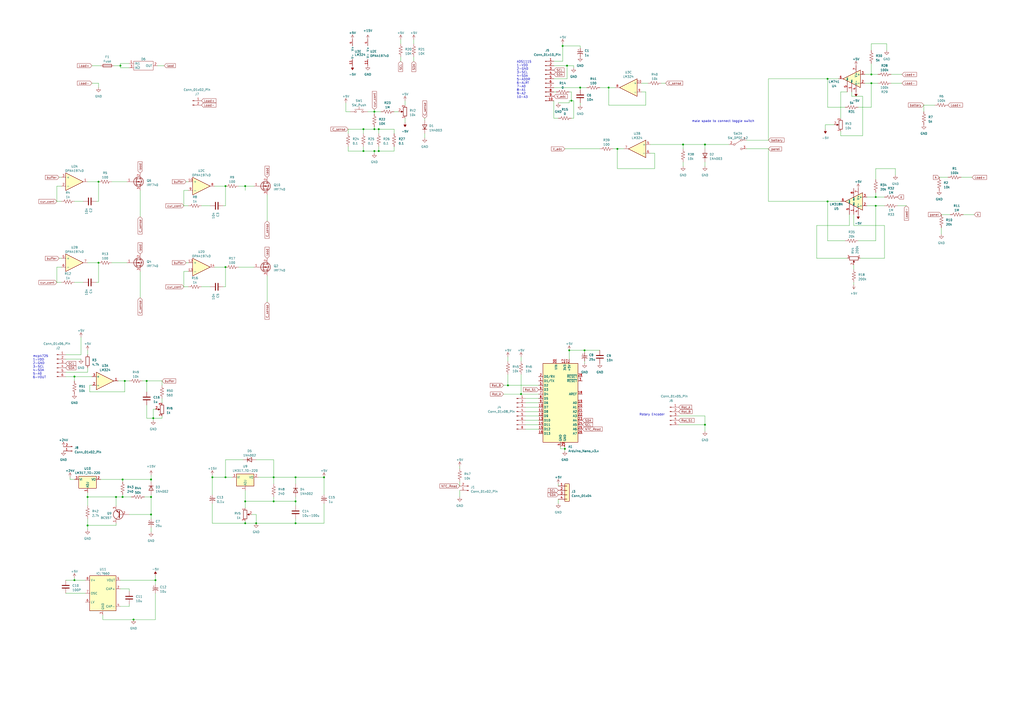
<source format=kicad_sch>
(kicad_sch (version 20230121) (generator eeschema)
  (paper "A2")
  (lib_symbols
    (symbol "Amplifier_Operational:LM318N" (pin_names (offset 0.127))
      (property "Reference" "U" (at 3.81 3.81 0))
      (property "Value" "LM318N" (at 3.81 -3.81 0))
      (symbol "LM318N_1_1"
        (pin passive line (at 0 -7.62 90) (length 5.08) (name "BAL1") (number "1"))
        (pin input line (at -7.62 -2.54 0) (length 2.54) (name "-") (number "2"))
        (pin input line (at -7.62 2.54 0) (length 2.54) (name "+") (number "3"))
        (pin power_in line (at -2.54 -7.62 90) (length 3.81) (name "V-") (number "4"))
        (pin passive line (at 2.54 -7.62 90) (length 6.35) (name "BAL3") (number "5"))
        (pin output line (at 7.62 0 180) (length 2.54) (name "~") (number "6"))
        (pin power_in line (at -2.54 7.62 270) (length 3.81) (name "V+") (number "7"))
        (pin passive line (at 0 7.62 270) (length 5.08) (name "BAL2") (number "8"))
      )
    )
    (symbol "Amplifier_Operational:LM324" (pin_names (offset 0.127))
      (property "Reference" "U" (at 0 5.08 0))
      (property "Value" "LM324" (at 0 -5.08 0))
      (symbol "LM324_1_1"
        (pin output line (at 7.62 0 180) (length 2.54) (name "~") (number "1"))
        (pin input line (at -7.62 -2.54 0) (length 2.54) (name "-") (number "2"))
        (pin input line (at -7.62 2.54 0) (length 2.54) (name "+") (number "3"))
      )
      (symbol "LM324_2_1"
        (pin input line (at -7.62 2.54 0) (length 2.54) (name "+") (number "5"))
        (pin input line (at -7.62 -2.54 0) (length 2.54) (name "-") (number "6"))
        (pin output line (at 7.62 0 180) (length 2.54) (name "~") (number "7"))
      )
      (symbol "LM324_3_1"
        (pin input line (at -7.62 2.54 0) (length 2.54) (name "+") (number "10"))
        (pin output line (at 7.62 0 180) (length 2.54) (name "~") (number "8"))
        (pin input line (at -7.62 -2.54 0) (length 2.54) (name "-") (number "9"))
      )
      (symbol "LM324_4_1"
        (pin input line (at -7.62 2.54 0) (length 2.54) (name "+") (number "12"))
        (pin input line (at -7.62 -2.54 0) (length 2.54) (name "-") (number "13"))
        (pin output line (at 7.62 0 180) (length 2.54) (name "~") (number "14"))
      )
      (symbol "LM324_5_1"
        (pin power_in line (at -2.54 -7.62 90) (length 3.81) (name "V-") (number "11"))
        (pin power_in line (at -2.54 7.62 270) (length 3.81) (name "V+") (number "4"))
      )
    )
    (symbol "Amplifier_Operational:LM741" (pin_names (offset 0.127))
      (property "Reference" "U" (at 0 6.35 0))
      (property "Value" "LM741" (at 0 3.81 0))
      (symbol "LM741_1_1"
        (pin input line (at 0 -7.62 90) (length 5.08) (name "NULL") (number "1"))
        (pin input line (at -7.62 -2.54 0) (length 2.54) (name "-") (number "2"))
        (pin input line (at -7.62 2.54 0) (length 2.54) (name "+") (number "3"))
        (pin power_in line (at -2.54 -7.62 90) (length 3.81) (name "V-") (number "4"))
        (pin input line (at 2.54 -7.62 90) (length 6.35) (name "NULL") (number "5"))
        (pin output line (at 7.62 0 180) (length 2.54) (name "~") (number "6"))
        (pin power_in line (at -2.54 7.62 270) (length 3.81) (name "V+") (number "7"))
        (pin no_connect line (at 0 2.54 270) (length 2.54) hide (name "NC") (number "8"))
      )
    )
    (symbol "Amplifier_Operational:OPA4197xD"
      (property "Reference" "U" (at 0 3.81 0))
      (property "Value" "OPA4197xD" (at 0 -3.81 0))
      (symbol "OPA4197xD_1_1"
        (pin output line (at 7.62 0 180) (length 2.54) (name "~") (number "1"))
        (pin input line (at -7.62 -2.54 0) (length 2.54) (name "-") (number "2"))
        (pin input line (at -7.62 2.54 0) (length 2.54) (name "+") (number "3"))
      )
      (symbol "OPA4197xD_2_1"
        (pin input line (at -7.62 2.54 0) (length 2.54) (name "+") (number "5"))
        (pin input line (at -7.62 -2.54 0) (length 2.54) (name "-") (number "6"))
        (pin output line (at 7.62 0 180) (length 2.54) (name "~") (number "7"))
      )
      (symbol "OPA4197xD_3_1"
        (pin input line (at -7.62 2.54 0) (length 2.54) (name "+") (number "10"))
        (pin output line (at 7.62 0 180) (length 2.54) (name "~") (number "8"))
        (pin input line (at -7.62 -2.54 0) (length 2.54) (name "-") (number "9"))
      )
      (symbol "OPA4197xD_4_1"
        (pin input line (at -7.62 2.54 0) (length 2.54) (name "+") (number "12"))
        (pin input line (at -7.62 -2.54 0) (length 2.54) (name "-") (number "13"))
        (pin output line (at 7.62 0 180) (length 2.54) (name "~") (number "14"))
      )
      (symbol "OPA4197xD_5_1"
        (pin power_in line (at -2.54 -7.62 90) (length 3.81) (name "V-") (number "11"))
        (pin power_in line (at -2.54 7.62 270) (length 3.81) (name "V+") (number "4"))
      )
    )
    (symbol "Connector:Conn_01x02_Pin" (pin_names (offset 1.016) hide)
      (property "Reference" "J" (at 0 2.54 0))
      (property "Value" "Conn_01x02_Pin" (at 0 -5.08 0))
      (symbol "Conn_01x02_Pin_1_1"
        (pin passive line (at 5.08 0 180) (length 3.81) (name "Pin_1") (number "1"))
        (pin passive line (at 5.08 -2.54 180) (length 3.81) (name "Pin_2") (number "2"))
      )
    )
    (symbol "Connector:Conn_01x05_Pin" (pin_names (offset 1.016) hide)
      (property "Reference" "J" (at 0 7.62 0))
      (property "Value" "Conn_01x05_Pin" (at 0 -7.62 0))
      (symbol "Conn_01x05_Pin_1_1"
        (pin passive line (at 5.08 5.08 180) (length 3.81) (name "Pin_1") (number "1"))
        (pin passive line (at 5.08 2.54 180) (length 3.81) (name "Pin_2") (number "2"))
        (pin passive line (at 5.08 0 180) (length 3.81) (name "Pin_3") (number "3"))
        (pin passive line (at 5.08 -2.54 180) (length 3.81) (name "Pin_4") (number "4"))
        (pin passive line (at 5.08 -5.08 180) (length 3.81) (name "Pin_5") (number "5"))
      )
    )
    (symbol "Connector:Conn_01x06_Pin" (pin_names (offset 1.016) hide)
      (property "Reference" "J" (at 0 7.62 0))
      (property "Value" "Conn_01x06_Pin" (at 0 -10.16 0))
      (symbol "Conn_01x06_Pin_1_1"
        (pin passive line (at 5.08 5.08 180) (length 3.81) (name "Pin_1") (number "1"))
        (pin passive line (at 5.08 2.54 180) (length 3.81) (name "Pin_2") (number "2"))
        (pin passive line (at 5.08 0 180) (length 3.81) (name "Pin_3") (number "3"))
        (pin passive line (at 5.08 -2.54 180) (length 3.81) (name "Pin_4") (number "4"))
        (pin passive line (at 5.08 -5.08 180) (length 3.81) (name "Pin_5") (number "5"))
        (pin passive line (at 5.08 -7.62 180) (length 3.81) (name "Pin_6") (number "6"))
      )
    )
    (symbol "Connector:Conn_01x08_Pin" (pin_names (offset 1.016) hide)
      (property "Reference" "J" (at 0 10.16 0))
      (property "Value" "Conn_01x08_Pin" (at 0 -12.7 0))
      (symbol "Conn_01x08_Pin_1_1"
        (pin passive line (at 5.08 7.62 180) (length 3.81) (name "Pin_1") (number "1"))
        (pin passive line (at 5.08 5.08 180) (length 3.81) (name "Pin_2") (number "2"))
        (pin passive line (at 5.08 2.54 180) (length 3.81) (name "Pin_3") (number "3"))
        (pin passive line (at 5.08 0 180) (length 3.81) (name "Pin_4") (number "4"))
        (pin passive line (at 5.08 -2.54 180) (length 3.81) (name "Pin_5") (number "5"))
        (pin passive line (at 5.08 -5.08 180) (length 3.81) (name "Pin_6") (number "6"))
        (pin passive line (at 5.08 -7.62 180) (length 3.81) (name "Pin_7") (number "7"))
        (pin passive line (at 5.08 -10.16 180) (length 3.81) (name "Pin_8") (number "8"))
      )
    )
    (symbol "Connector:Conn_01x10_Pin" (pin_names (offset 1.016) hide)
      (property "Reference" "J" (at 0 12.7 0))
      (property "Value" "Conn_01x10_Pin" (at 0 -15.24 0))
      (symbol "Conn_01x10_Pin_1_1"
        (pin passive line (at 5.08 10.16 180) (length 3.81) (name "Pin_1") (number "1"))
        (pin passive line (at 5.08 -12.7 180) (length 3.81) (name "Pin_10") (number "10"))
        (pin passive line (at 5.08 7.62 180) (length 3.81) (name "Pin_2") (number "2"))
        (pin passive line (at 5.08 5.08 180) (length 3.81) (name "Pin_3") (number "3"))
        (pin passive line (at 5.08 2.54 180) (length 3.81) (name "Pin_4") (number "4"))
        (pin passive line (at 5.08 0 180) (length 3.81) (name "Pin_5") (number "5"))
        (pin passive line (at 5.08 -2.54 180) (length 3.81) (name "Pin_6") (number "6"))
        (pin passive line (at 5.08 -5.08 180) (length 3.81) (name "Pin_7") (number "7"))
        (pin passive line (at 5.08 -7.62 180) (length 3.81) (name "Pin_8") (number "8"))
        (pin passive line (at 5.08 -10.16 180) (length 3.81) (name "Pin_9") (number "9"))
      )
    )
    (symbol "Connector_Generic:Conn_01x04" (pin_names (offset 1.016) hide)
      (property "Reference" "J" (at 0 5.08 0))
      (property "Value" "Conn_01x04" (at 0 -7.62 0))
      (symbol "Conn_01x04_1_1"
        (pin passive line (at -5.08 2.54 0) (length 3.81) (name "Pin_1") (number "1"))
        (pin passive line (at -5.08 0 0) (length 3.81) (name "Pin_2") (number "2"))
        (pin passive line (at -5.08 -2.54 0) (length 3.81) (name "Pin_3") (number "3"))
        (pin passive line (at -5.08 -5.08 0) (length 3.81) (name "Pin_4") (number "4"))
      )
    )
    (symbol "Device:C" (pin_numbers hide) (pin_names (offset 0.254))
      (property "Reference" "C" (at 0.635 2.54 0))
      (property "Value" "C" (at 0.635 -2.54 0))
      (symbol "C_1_1"
        (pin passive line (at 0 3.81 270) (length 2.794) (name "~") (number "1"))
        (pin passive line (at 0 -3.81 90) (length 2.794) (name "~") (number "2"))
      )
    )
    (symbol "Device:C_Polarized_Small_US" (pin_numbers hide) (pin_names (offset 0.254) hide)
      (property "Reference" "C" (at 0.254 1.778 0))
      (property "Value" "C_Polarized_Small_US" (at 0.254 -2.032 0))
      (symbol "C_Polarized_Small_US_1_1"
        (pin passive line (at 0 2.54 270) (length 2.032) (name "~") (number "1"))
        (pin passive line (at 0 -2.54 90) (length 2.032) (name "~") (number "2"))
      )
    )
    (symbol "Device:Fuse" (pin_numbers hide) (pin_names (offset 0))
      (property "Reference" "F" (at 2.032 0 90))
      (property "Value" "Fuse" (at -1.905 0 90))
      (symbol "Fuse_1_1"
        (pin passive line (at 0 3.81 270) (length 1.27) (name "~") (number "1"))
        (pin passive line (at 0 -3.81 90) (length 1.27) (name "~") (number "2"))
      )
    )
    (symbol "Device:R" (pin_numbers hide) (pin_names (offset 0))
      (property "Reference" "R" (at 2.032 0 90))
      (property "Value" "R" (at 0 0 90))
      (symbol "R_1_1"
        (pin passive line (at 0 3.81 270) (length 1.27) (name "~") (number "1"))
        (pin passive line (at 0 -3.81 90) (length 1.27) (name "~") (number "2"))
      )
    )
    (symbol "Device:R_Potentiometer" (pin_names (offset 1.016) hide)
      (property "Reference" "RV" (at -4.445 0 90))
      (property "Value" "R_Potentiometer" (at -2.54 0 90))
      (symbol "R_Potentiometer_1_1"
        (pin passive line (at 0 3.81 270) (length 1.27) (name "1") (number "1"))
        (pin passive line (at 3.81 0 180) (length 1.27) (name "2") (number "2"))
        (pin passive line (at 0 -3.81 90) (length 1.27) (name "3") (number "3"))
      )
    )
    (symbol "Device:R_US" (pin_numbers hide) (pin_names (offset 0))
      (property "Reference" "R" (at 2.54 0 90))
      (property "Value" "R_US" (at -2.54 0 90))
      (symbol "R_US_1_1"
        (pin passive line (at 0 3.81 270) (length 1.27) (name "~") (number "1"))
        (pin passive line (at 0 -3.81 90) (length 1.27) (name "~") (number "2"))
      )
    )
    (symbol "Diode:1N4002" (pin_numbers hide) (pin_names hide)
      (property "Reference" "D" (at 0 2.54 0))
      (property "Value" "1N4002" (at 0 -2.54 0))
      (symbol "1N4002_1_1"
        (pin passive line (at -3.81 0 0) (length 2.54) (name "K") (number "1"))
        (pin passive line (at 3.81 0 180) (length 2.54) (name "A") (number "2"))
      )
    )
    (symbol "Diode:1N4003" (pin_numbers hide) (pin_names hide)
      (property "Reference" "D" (at 0 2.54 0))
      (property "Value" "1N4003" (at 0 -2.54 0))
      (symbol "1N4003_1_1"
        (pin passive line (at -3.81 0 0) (length 2.54) (name "K") (number "1"))
        (pin passive line (at 3.81 0 180) (length 2.54) (name "A") (number "2"))
      )
    )
    (symbol "MCU_Module:Arduino_Nano_v3.x"
      (property "Reference" "A" (at -10.16 23.495 0))
      (property "Value" "Arduino_Nano_v3.x" (at 5.08 -24.13 0))
      (symbol "Arduino_Nano_v3.x_1_1"
        (pin bidirectional line (at -12.7 12.7 0) (length 2.54) (name "D1/TX") (number "1"))
        (pin bidirectional line (at -12.7 -2.54 0) (length 2.54) (name "D7") (number "10"))
        (pin bidirectional line (at -12.7 -5.08 0) (length 2.54) (name "D8") (number "11"))
        (pin bidirectional line (at -12.7 -7.62 0) (length 2.54) (name "D9") (number "12"))
        (pin bidirectional line (at -12.7 -10.16 0) (length 2.54) (name "D10") (number "13"))
        (pin bidirectional line (at -12.7 -12.7 0) (length 2.54) (name "D11") (number "14"))
        (pin bidirectional line (at -12.7 -15.24 0) (length 2.54) (name "D12") (number "15"))
        (pin bidirectional line (at -12.7 -17.78 0) (length 2.54) (name "D13") (number "16"))
        (pin power_out line (at 2.54 25.4 270) (length 2.54) (name "3V3") (number "17"))
        (pin input line (at 12.7 5.08 180) (length 2.54) (name "AREF") (number "18"))
        (pin bidirectional line (at 12.7 0 180) (length 2.54) (name "A0") (number "19"))
        (pin bidirectional line (at -12.7 15.24 0) (length 2.54) (name "D0/RX") (number "2"))
        (pin bidirectional line (at 12.7 -2.54 180) (length 2.54) (name "A1") (number "20"))
        (pin bidirectional line (at 12.7 -5.08 180) (length 2.54) (name "A2") (number "21"))
        (pin bidirectional line (at 12.7 -7.62 180) (length 2.54) (name "A3") (number "22"))
        (pin bidirectional line (at 12.7 -10.16 180) (length 2.54) (name "A4") (number "23"))
        (pin bidirectional line (at 12.7 -12.7 180) (length 2.54) (name "A5") (number "24"))
        (pin bidirectional line (at 12.7 -15.24 180) (length 2.54) (name "A6") (number "25"))
        (pin bidirectional line (at 12.7 -17.78 180) (length 2.54) (name "A7") (number "26"))
        (pin power_out line (at 5.08 25.4 270) (length 2.54) (name "+5V") (number "27"))
        (pin input line (at 12.7 15.24 180) (length 2.54) (name "~{RESET}") (number "28"))
        (pin power_in line (at 2.54 -25.4 90) (length 2.54) (name "GND") (number "29"))
        (pin input line (at 12.7 12.7 180) (length 2.54) (name "~{RESET}") (number "3"))
        (pin power_in line (at -2.54 25.4 270) (length 2.54) (name "VIN") (number "30"))
        (pin power_in line (at 0 -25.4 90) (length 2.54) (name "GND") (number "4"))
        (pin bidirectional line (at -12.7 10.16 0) (length 2.54) (name "D2") (number "5"))
        (pin bidirectional line (at -12.7 7.62 0) (length 2.54) (name "D3") (number "6"))
        (pin bidirectional line (at -12.7 5.08 0) (length 2.54) (name "D4") (number "7"))
        (pin bidirectional line (at -12.7 2.54 0) (length 2.54) (name "D5") (number "8"))
        (pin bidirectional line (at -12.7 0 0) (length 2.54) (name "D6") (number "9"))
      )
    )
    (symbol "My_Diode:(global_label_{dblquote}Load-{dblquote}_(shape_input)_(at_527.05_119.38_0)_(fields_autoplaced)"
      (property "Reference" "D" (at 0 5.08 0))
      (symbol "(global_label_{dblquote}Load-{dblquote}_(shape_input)_(at_527.05_119.38_0)_(fields_autoplaced)_1_1"
        (pin input line (at -7.62 1.27 0) (length 2.54) (name "IN1") (number "1"))
        (pin input line (at 8.89 0 180) (length 2.54) (name "OUT") (number "2"))
        (pin input line (at -7.62 -1.27 0) (length 2.54) (name "IN2") (number "3"))
      )
    )
    (symbol "Regulator_Linear:LM317_TO-220" (pin_names (offset 0.254))
      (property "Reference" "U" (at -3.81 3.175 0))
      (property "Value" "LM317_TO-220" (at 0 3.175 0))
      (symbol "LM317_TO-220_1_1"
        (pin input line (at 0 -7.62 90) (length 2.54) (name "ADJ") (number "1"))
        (pin power_out line (at 7.62 0 180) (length 2.54) (name "VO") (number "2"))
        (pin power_in line (at -7.62 0 0) (length 2.54) (name "VI") (number "3"))
      )
    )
    (symbol "Regulator_SwitchedCapacitor:ICL7660"
      (property "Reference" "U" (at -6.35 11.43 0))
      (property "Value" "ICL7660" (at 3.81 11.43 0))
      (symbol "ICL7660_1_1"
        (pin no_connect line (at -7.62 5.08 0) (length 2.54) hide (name "NC") (number "1"))
        (pin input line (at 10.16 2.54 180) (length 2.54) (name "CAP+") (number "2"))
        (pin power_in line (at 0 -12.7 90) (length 2.54) (name "GND") (number "3"))
        (pin input line (at 10.16 -7.62 180) (length 2.54) (name "CAP-") (number "4"))
        (pin power_out line (at 10.16 7.62 180) (length 2.54) (name "VOUT") (number "5"))
        (pin input line (at -10.16 -5.08 0) (length 2.54) (name "LV") (number "6"))
        (pin input line (at -10.16 0 0) (length 2.54) (name "OSC") (number "7"))
        (pin power_in line (at -10.16 7.62 0) (length 2.54) (name "V+") (number "8"))
      )
    )
    (symbol "Switch:SW_DPDT_x2" (pin_names (offset 0) hide)
      (property "Reference" "SW" (at 0 4.318 0))
      (property "Value" "SW_DPDT_x2" (at 0 -5.08 0))
      (symbol "SW_DPDT_x2_1_1"
        (pin passive line (at 5.08 2.54 180) (length 2.54) (name "A") (number "1"))
        (pin passive line (at -5.08 0 0) (length 2.54) (name "B") (number "2"))
        (pin passive line (at 5.08 -2.54 180) (length 2.54) (name "C") (number "3"))
      )
      (symbol "SW_DPDT_x2_2_1"
        (pin passive line (at 5.08 2.54 180) (length 2.54) (name "A") (number "4"))
        (pin passive line (at -5.08 0 0) (length 2.54) (name "B") (number "5"))
        (pin passive line (at 5.08 -2.54 180) (length 2.54) (name "C") (number "6"))
      )
    )
    (symbol "Switch:SW_Push" (pin_numbers hide) (pin_names (offset 1.016) hide)
      (property "Reference" "SW" (at 1.27 2.54 0))
      (property "Value" "SW_Push" (at 0 -1.524 0))
      (symbol "SW_Push_0_1"
        (pin passive line (at -5.08 0 0) (length 2.54) (name "1") (number "1"))
        (pin passive line (at 5.08 0 180) (length 2.54) (name "2") (number "2"))
      )
    )
    (symbol "Transistor_BJT:BC557" (pin_names (offset 0) hide)
      (property "Reference" "Q" (at 5.08 1.905 0))
      (property "Value" "BC557" (at 5.08 0 0))
      (symbol "BC557_1_1"
        (pin passive line (at 2.54 5.08 270) (length 2.54) (name "C") (number "1"))
        (pin input line (at -5.08 0 0) (length 5.715) (name "B") (number "2"))
        (pin passive line (at 2.54 -5.08 90) (length 2.54) (name "E") (number "3"))
      )
    )
    (symbol "Transistor_FET:IRF740" (pin_names hide)
      (property "Reference" "Q" (at 6.35 1.905 0))
      (property "Value" "IRF740" (at 6.35 0 0))
      (symbol "IRF740_1_1"
        (pin input line (at -5.08 0 0) (length 2.54) (name "G") (number "1"))
        (pin passive line (at 2.54 5.08 270) (length 2.54) (name "D") (number "2"))
        (pin passive line (at 2.54 -5.08 90) (length 2.54) (name "S") (number "3"))
      )
    )
    (symbol "power:+15V" (power) (pin_names (offset 0))
      (property "Value" "+15V" (at 0 3.556 0))
      (symbol "+15V_1_1"
        (pin power_in line (at 0 0 90) (length 0) hide (name "+15V") (number "1"))
      )
    )
    (symbol "power:+24V" (power) (pin_names (offset 0))
      (property "Value" "+24V" (at 0 3.556 0))
      (symbol "+24V_1_1"
        (pin power_in line (at 0 0 90) (length 0) hide (name "+24V") (number "1"))
      )
    )
    (symbol "power:+5V" (power) (pin_names (offset 0))
      (property "Value" "+5V" (at 0 3.556 0))
      (symbol "+5V_1_1"
        (pin power_in line (at 0 0 90) (length 0) hide (name "+5V") (number "1"))
      )
    )
    (symbol "power:-5V" (power) (pin_names (offset 0))
      (property "Value" "-5V" (at 0 3.81 0))
      (symbol "-5V_0_0"
        (pin power_in line (at 0 0 90) (length 0) hide (name "-5V") (number "1"))
      )
    )
    (symbol "power:GND" (power) (pin_names (offset 0))
      (property "Value" "GND" (at 0 -3.81 0))
      (symbol "GND_1_1"
        (pin power_in line (at 0 0 270) (length 0) hide (name "GND") (number "1"))
      )
    )
  )
  (junction (at 396.24 83.82))
  (junction (at 67.31 288.29))
  (junction (at 123.19 276.86))
  (junction (at 171.45 303.53))
  (junction (at 50.8 288.29))
  (junction (at 43.18 336.55))
  (junction (at 187.96 276.86))
  (junction (at 339.09 203.2))
  (junction (at 87.63 288.29))
  (junction (at 43.18 218.44))
  (junction (at 353.06 50.8))
  (junction (at 210.82 74.93))
  (junction (at 336.55 50.8))
  (junction (at 71.12 278.13))
  (junction (at 508 114.3))
  (junction (at 327.66 260.35))
  (junction (at 90.17 336.55))
  (junction (at 505.46 48.26))
  (junction (at 158.75 290.83))
  (junction (at 50.8 304.8))
  (junction (at 85.09 220.98))
  (junction (at 328.93 38.1))
  (junction (at 408.94 83.82))
  (junction (at 505.46 43.18))
  (junction (at 171.45 290.83))
  (junction (at 142.24 290.83))
  (junction (at 72.39 220.98))
  (junction (at 330.2 203.2))
  (junction (at 408.94 246.38))
  (junction (at 71.12 288.29))
  (junction (at 130.81 107.95))
  (junction (at 130.81 276.86))
  (junction (at 148.59 303.53))
  (junction (at 480.06 116.84))
  (junction (at 57.15 152.4))
  (junction (at 158.75 276.86))
  (junction (at 210.82 87.63))
  (junction (at 87.63 278.13))
  (junction (at 219.71 74.93))
  (junction (at 326.39 26.67))
  (junction (at 217.17 64.77))
  (junction (at 171.45 276.86))
  (junction (at 87.63 298.45))
  (junction (at 69.85 38.1))
  (junction (at 217.17 74.93))
  (junction (at 130.81 154.94))
  (junction (at 480.06 45.72))
  (junction (at 57.15 105.41))
  (junction (at 294.64 223.52))
  (junction (at 88.9 242.57))
  (junction (at 302.26 228.6))
  (junction (at 331.47 58.42))
  (junction (at 508 119.38))
  (junction (at 217.17 87.63))
  (junction (at 358.14 86.36))
  (junction (at 142.24 107.95))
  (junction (at 219.71 87.63))
  (junction (at 77.47 359.41))
  (junction (at 142.24 303.53))
  (wire (pts (xy 339.09 203.2) (xy 330.2 203.2)))
  (wire (pts (xy 57.15 163.83) (xy 57.15 152.4)))
  (wire (pts (xy 326.39 26.67) (xy 326.39 35.56)))
  (wire (pts (xy 40.64 276.86) (xy 40.64 278.13)))
  (wire (pts (xy 57.15 116.84) (xy 57.15 105.41)))
  (wire (pts (xy 408.94 83.82) (xy 408.94 86.36)))
  (wire (pts (xy 123.19 276.86) (xy 123.19 287.02)))
  (wire (pts (xy 492.76 130.81) (xy 473.71 130.81)))
  (wire (pts (xy 266.7 270.51) (xy 266.7 271.78)))
  (wire (pts (xy 326.39 35.56) (xy 321.31 35.56)))
  (wire (pts (xy 480.06 116.84) (xy 445.77 116.84)))
  (wire (pts (xy 67.31 288.29) (xy 50.8 288.29)))
  (wire (pts (xy 138.43 107.95) (xy 142.24 107.95)))
  (wire (pts (xy 201.93 85.09) (xy 201.93 87.63)))
  (wire (pts (xy 217.17 64.77) (xy 217.17 66.04)))
  (wire (pts (xy 516.89 48.26) (xy 523.24 48.26)))
  (wire (pts (xy 187.96 276.86) (xy 171.45 276.86)))
  (wire (pts (xy 336.55 27.94) (xy 336.55 26.67)))
  (wire (pts (xy 200.66 64.77) (xy 203.2 64.77)))
  (wire (pts (xy 201.93 74.93) (xy 210.82 74.93)))
  (wire (pts (xy 294.64 217.17) (xy 294.64 223.52)))
  (wire (pts (xy 292.1 228.6) (xy 302.26 228.6)))
  (wire (pts (xy 396.24 93.98) (xy 396.24 96.52)))
  (wire (pts (xy 266.7 281.94) (xy 266.7 279.4)))
  (wire (pts (xy 377.19 83.82) (xy 396.24 83.82)))
  (wire (pts (xy 50.8 203.2) (xy 50.8 205.74)))
  (wire (pts (xy 321.31 68.58) (xy 323.85 68.58)))
  (wire (pts (xy 330.2 53.34) (xy 331.47 53.34)))
  (wire (pts (xy 69.85 36.83) (xy 74.93 36.83)))
  (wire (pts (xy 85.09 227.33) (xy 85.09 220.98)))
  (wire (pts (xy 129.54 119.38) (xy 130.81 119.38)))
  (wire (pts (xy 33.02 163.83) (xy 33.02 154.94)))
  (wire (pts (xy 514.35 25.4) (xy 514.35 29.21)))
  (wire (pts (xy 50.8 304.8) (xy 50.8 307.34)))
  (wire (pts (xy 323.85 292.1) (xy 323.85 289.56)))
  (wire (pts (xy 480.06 116.84) (xy 487.68 116.84)))
  (wire (pts (xy 158.75 276.86) (xy 158.75 266.7)))
  (wire (pts (xy 217.17 88.9) (xy 217.17 87.63)))
  (wire (pts (xy 87.63 278.13) (xy 71.12 278.13)))
  (wire (pts (xy 50.8 300.99) (xy 50.8 304.8)))
  (wire (pts (xy 396.24 83.82) (xy 408.94 83.82)))
  (wire (pts (xy 232.41 22.86) (xy 232.41 25.4)))
  (wire (pts (xy 171.45 303.53) (xy 148.59 303.53)))
  (wire (pts (xy 33.02 107.95) (xy 35.56 107.95)))
  (wire (pts (xy 109.22 119.38) (xy 106.68 119.38)))
  (wire (pts (xy 85.09 242.57) (xy 85.09 234.95)))
  (wire (pts (xy 90.17 237.49) (xy 88.9 237.49)))
  (wire (pts (xy 505.46 43.18) (xy 509.27 43.18)))
  (wire (pts (xy 107.95 105.41) (xy 109.22 105.41)))
  (wire (pts (xy 158.75 290.83) (xy 171.45 290.83)))
  (wire (pts (xy 478.79 74.93) (xy 478.79 72.39)))
  (wire (pts (xy 445.77 86.36) (xy 433.07 86.36)))
  (wire (pts (xy 500.38 55.88) (xy 500.38 78.74)))
  (wire (pts (xy 347.98 50.8) (xy 353.06 50.8)))
  (wire (pts (xy 508 104.14) (xy 508 97.79)))
  (wire (pts (xy 158.75 276.86) (xy 158.75 280.67)))
  (wire (pts (xy 490.22 139.7) (xy 480.06 139.7)))
  (wire (pts (xy 302.26 217.17) (xy 302.26 228.6)))
  (wire (pts (xy 187.96 303.53) (xy 187.96 292.1)))
  (wire (pts (xy 513.08 130.81) (xy 513.08 149.86)))
  (wire (pts (xy 219.71 85.09) (xy 219.71 87.63)))
  (wire (pts (xy 304.8 243.84) (xy 312.42 243.84)))
  (wire (pts (xy 505.46 25.4) (xy 514.35 25.4)))
  (wire (pts (xy 138.43 154.94) (xy 147.32 154.94)))
  (wire (pts (xy 480.06 62.23) (xy 480.06 45.72)))
  (wire (pts (xy 93.98 231.14) (xy 93.98 233.68)))
  (wire (pts (xy 328.93 45.72) (xy 328.93 38.1)))
  (wire (pts (xy 508 111.76) (xy 508 114.3)))
  (wire (pts (xy 74.93 341.63) (xy 69.85 341.63)))
  (wire (pts (xy 77.47 359.41) (xy 90.17 359.41)))
  (wire (pts (xy 336.55 50.8) (xy 336.55 52.07)))
  (wire (pts (xy 304.8 246.38) (xy 312.42 246.38)))
  (wire (pts (xy 69.85 351.79) (xy 74.93 351.79)))
  (wire (pts (xy 53.34 223.52) (xy 52.07 223.52)))
  (wire (pts (xy 302.26 228.6) (xy 312.42 228.6)))
  (wire (pts (xy 377.19 88.9) (xy 379.73 88.9)))
  (wire (pts (xy 35.56 116.84) (xy 33.02 116.84)))
  (wire (pts (xy 130.81 276.86) (xy 134.62 276.86)))
  (wire (pts (xy 57.15 48.26) (xy 53.34 48.26)))
  (wire (pts (xy 336.55 26.67) (xy 326.39 26.67)))
  (wire (pts (xy 171.45 280.67) (xy 171.45 276.86)))
  (wire (pts (xy 55.88 116.84) (xy 57.15 116.84)))
  (wire (pts (xy 57.15 105.41) (xy 50.8 105.41)))
  (wire (pts (xy 142.24 290.83) (xy 142.24 294.64)))
  (wire (pts (xy 330.2 203.2) (xy 330.2 208.28)))
  (wire (pts (xy 74.93 298.45) (xy 87.63 298.45)))
  (wire (pts (xy 219.71 74.93) (xy 219.71 77.47)))
  (wire (pts (xy 88.9 243.84) (xy 88.9 242.57)))
  (wire (pts (xy 490.22 62.23) (xy 480.06 62.23)))
  (wire (pts (xy 445.77 45.72) (xy 445.77 81.28)))
  (wire (pts (xy 154.94 160.02) (xy 154.94 175.26)))
  (wire (pts (xy 327.66 259.08) (xy 327.66 260.35)))
  (wire (pts (xy 90.17 359.41) (xy 90.17 344.17)))
  (wire (pts (xy 116.84 166.37) (xy 121.92 166.37)))
  (wire (pts (xy 43.18 335.28) (xy 43.18 336.55)))
  (wire (pts (xy 323.85 281.94) (xy 323.85 280.67)))
  (wire (pts (xy 304.8 238.76) (xy 312.42 238.76)))
  (wire (pts (xy 321.31 68.58) (xy 321.31 58.42)))
  (wire (pts (xy 332.74 58.42) (xy 331.47 58.42)))
  (wire (pts (xy 393.7 246.38) (xy 408.94 246.38)))
  (wire (pts (xy 480.06 45.72) (xy 445.77 45.72)))
  (wire (pts (xy 487.68 78.74) (xy 487.68 76.2)))
  (wire (pts (xy 81.28 110.49) (xy 81.28 125.73)))
  (wire (pts (xy 393.7 241.3) (xy 408.94 241.3)))
  (wire (pts (xy 336.55 50.8) (xy 340.36 50.8)))
  (wire (pts (xy 52.07 227.33) (xy 72.39 227.33)))
  (wire (pts (xy 302.26 207.01) (xy 302.26 209.55)))
  (wire (pts (xy 217.17 64.77) (xy 220.98 64.77)))
  (wire (pts (xy 321.31 45.72) (xy 328.93 45.72)))
  (wire (pts (xy 123.19 303.53) (xy 142.24 303.53)))
  (wire (pts (xy 339.09 203.2) (xy 347.98 203.2)))
  (wire (pts (xy 88.9 237.49) (xy 88.9 242.57)))
  (wire (pts (xy 171.45 290.83) (xy 171.45 293.37)))
  (wire (pts (xy 109.22 166.37) (xy 106.68 166.37)))
  (wire (pts (xy 87.63 298.45) (xy 87.63 300.99)))
  (wire (pts (xy 445.77 81.28) (xy 433.07 81.28)))
  (wire (pts (xy 505.46 62.23) (xy 505.46 48.26)))
  (wire (pts (xy 69.85 39.37) (xy 74.93 39.37)))
  (wire (pts (xy 40.64 278.13) (xy 43.18 278.13)))
  (wire (pts (xy 535.94 64.77) (xy 535.94 60.96)))
  (wire (pts (xy 326.39 25.4) (xy 326.39 26.67)))
  (wire (pts (xy 210.82 87.63) (xy 201.93 87.63)))
  (wire (pts (xy 142.24 302.26) (xy 142.24 303.53)))
  (wire (pts (xy 142.24 110.49) (xy 142.24 107.95)))
  (wire (pts (xy 505.46 36.83) (xy 505.46 43.18)))
  (wire (pts (xy 67.31 304.8) (xy 67.31 303.53)))
  (wire (pts (xy 59.69 356.87) (xy 59.69 359.41)))
  (wire (pts (xy 106.68 157.48) (xy 109.22 157.48)))
  (wire (pts (xy 217.17 87.63) (xy 210.82 87.63)))
  (wire (pts (xy 353.06 60.96) (xy 353.06 50.8)))
  (wire (pts (xy 321.31 50.8) (xy 336.55 50.8)))
  (wire (pts (xy 93.98 223.52) (xy 93.98 220.98)))
  (wire (pts (xy 210.82 74.93) (xy 210.82 77.47)))
  (wire (pts (xy 374.65 53.34) (xy 374.65 60.96)))
  (wire (pts (xy 71.12 279.4) (xy 71.12 278.13)))
  (wire (pts (xy 69.85 38.1) (xy 69.85 36.83)))
  (wire (pts (xy 374.65 60.96) (xy 353.06 60.96)))
  (wire (pts (xy 38.1 344.17) (xy 49.53 344.17)))
  (wire (pts (xy 304.8 241.3) (xy 312.42 241.3)))
  (wire (pts (xy 232.41 33.02) (xy 232.41 35.56)))
  (wire (pts (xy 339.09 204.47) (xy 339.09 203.2)))
  (wire (pts (xy 201.93 77.47) (xy 201.93 74.93)))
  (wire (pts (xy 34.29 149.86) (xy 35.56 149.86)))
  (wire (pts (xy 72.39 227.33) (xy 72.39 220.98)))
  (wire (pts (xy 480.06 45.72) (xy 486.41 45.72)))
  (wire (pts (xy 33.02 154.94) (xy 35.56 154.94)))
  (wire (pts (xy 123.19 276.86) (xy 130.81 276.86)))
  (wire (pts (xy 321.31 53.34) (xy 322.58 53.34)))
  (wire (pts (xy 67.31 288.29) (xy 71.12 288.29)))
  (wire (pts (xy 408.94 241.3) (xy 408.94 246.38)))
  (wire (pts (xy 379.73 97.79) (xy 358.14 97.79)))
  (wire (pts (xy 499.11 149.86) (xy 513.08 149.86)))
  (wire (pts (xy 129.54 166.37) (xy 130.81 166.37)))
  (wire (pts (xy 64.77 152.4) (xy 73.66 152.4)))
  (wire (pts (xy 91.44 38.1) (xy 95.25 38.1)))
  (wire (pts (xy 445.77 116.84) (xy 445.77 86.36)))
  (wire (pts (xy 171.45 290.83) (xy 171.45 288.29)))
  (wire (pts (xy 383.54 48.26) (xy 386.08 48.26)))
  (wire (pts (xy 158.75 276.86) (xy 149.86 276.86)))
  (wire (pts (xy 508 119.38) (xy 513.08 119.38)))
  (wire (pts (xy 501.65 43.18) (xy 505.46 43.18)))
  (wire (pts (xy 123.19 292.1) (xy 123.19 303.53)))
  (wire (pts (xy 519.43 97.79) (xy 519.43 101.6)))
  (wire (pts (xy 520.7 119.38) (xy 525.78 119.38)))
  (wire (pts (xy 501.65 48.26) (xy 505.46 48.26)))
  (wire (pts (xy 304.8 236.22) (xy 312.42 236.22)))
  (wire (pts (xy 90.17 336.55) (xy 90.17 334.01)))
  (wire (pts (xy 246.38 68.58) (xy 246.38 69.85)))
  (wire (pts (xy 228.6 74.93) (xy 228.6 77.47)))
  (wire (pts (xy 358.14 97.79) (xy 358.14 86.36)))
  (wire (pts (xy 546.1 124.46) (xy 551.18 124.46)))
  (wire (pts (xy 497.84 62.23) (xy 505.46 62.23)))
  (wire (pts (xy 72.39 220.98) (xy 74.93 220.98)))
  (wire (pts (xy 546.1 135.89) (xy 546.1 132.08)))
  (wire (pts (xy 87.63 275.59) (xy 87.63 278.13)))
  (wire (pts (xy 64.77 105.41) (xy 73.66 105.41)))
  (wire (pts (xy 106.68 110.49) (xy 109.22 110.49)))
  (wire (pts (xy 213.36 64.77) (xy 217.17 64.77)))
  (wire (pts (xy 304.8 231.14) (xy 312.42 231.14)))
  (wire (pts (xy 158.75 290.83) (xy 142.24 290.83)))
  (wire (pts (xy 502.92 114.3) (xy 508 114.3)))
  (wire (pts (xy 494.03 55.88) (xy 500.38 55.88)))
  (wire (pts (xy 55.88 163.83) (xy 57.15 163.83)))
  (wire (pts (xy 495.3 163.83) (xy 495.3 165.1)))
  (wire (pts (xy 217.17 87.63) (xy 219.71 87.63)))
  (wire (pts (xy 304.8 233.68) (xy 312.42 233.68)))
  (wire (pts (xy 34.29 102.87) (xy 35.56 102.87)))
  (wire (pts (xy 46.99 195.58) (xy 46.99 205.74)))
  (wire (pts (xy 379.73 88.9) (xy 379.73 97.79)))
  (wire (pts (xy 544.83 102.87) (xy 549.91 102.87)))
  (wire (pts (xy 219.71 74.93) (xy 228.6 74.93)))
  (wire (pts (xy 106.68 119.38) (xy 106.68 110.49)))
  (wire (pts (xy 217.17 63.5) (xy 217.17 64.77)))
  (wire (pts (xy 59.69 359.41) (xy 77.47 359.41)))
  (wire (pts (xy 43.18 218.44) (xy 53.34 218.44)))
  (wire (pts (xy 146.05 298.45) (xy 148.59 298.45)))
  (wire (pts (xy 50.8 288.29) (xy 50.8 293.37)))
  (wire (pts (xy 480.06 139.7) (xy 480.06 116.84)))
  (wire (pts (xy 355.6 86.36) (xy 358.14 86.36)))
  (wire (pts (xy 557.53 102.87) (xy 563.88 102.87)))
  (wire (pts (xy 210.82 85.09) (xy 210.82 87.63)))
  (wire (pts (xy 353.06 50.8) (xy 356.87 50.8)))
  (wire (pts (xy 158.75 266.7) (xy 148.59 266.7)))
  (wire (pts (xy 332.74 38.1) (xy 328.93 38.1)))
  (wire (pts (xy 43.18 116.84) (xy 48.26 116.84)))
  (wire (pts (xy 38.1 336.55) (xy 43.18 336.55)))
  (wire (pts (xy 473.71 149.86) (xy 491.49 149.86)))
  (wire (pts (xy 116.84 119.38) (xy 121.92 119.38)))
  (wire (pts (xy 327.66 86.36) (xy 347.98 86.36)))
  (wire (pts (xy 210.82 74.93) (xy 217.17 74.93)))
  (wire (pts (xy 171.45 276.86) (xy 158.75 276.86)))
  (wire (pts (xy 408.94 83.82) (xy 422.91 83.82)))
  (wire (pts (xy 43.18 336.55) (xy 49.53 336.55)))
  (wire (pts (xy 81.28 157.48) (xy 81.28 172.72)))
  (wire (pts (xy 323.85 59.69) (xy 330.2 59.69)))
  (wire (pts (xy 495.3 130.81) (xy 513.08 130.81)))
  (wire (pts (xy 535.94 60.96) (xy 542.29 60.96)))
  (wire (pts (xy 123.19 275.59) (xy 123.19 276.86)))
  (wire (pts (xy 266.7 288.29) (xy 266.7 284.48)))
  (wire (pts (xy 478.79 72.39) (xy 483.87 72.39)))
  (wire (pts (xy 171.45 303.53) (xy 187.96 303.53)))
  (wire (pts (xy 106.68 166.37) (xy 106.68 157.48)))
  (wire (pts (xy 492.76 124.46) (xy 492.76 130.81)))
  (wire (pts (xy 130.81 266.7) (xy 130.81 276.86)))
  (wire (pts (xy 234.95 68.58) (xy 234.95 71.12)))
  (wire (pts (xy 74.93 351.79) (xy 74.93 350.52)))
  (wire (pts (xy 516.89 43.18) (xy 523.24 43.18)))
  (wire (pts (xy 234.95 58.42) (xy 234.95 60.96)))
  (wire (pts (xy 50.8 215.9) (xy 38.1 215.9)))
  (wire (pts (xy 50.8 285.75) (xy 50.8 288.29)))
  (wire (pts (xy 339.09 209.55) (xy 339.09 210.82)))
  (wire (pts (xy 87.63 306.07) (xy 87.63 308.61)))
  (wire (pts (xy 328.93 38.1) (xy 321.31 38.1)))
  (wire (pts (xy 292.1 223.52) (xy 294.64 223.52)))
  (wire (pts (xy 494.03 53.34) (xy 494.03 55.88)))
  (wire (pts (xy 85.09 220.98) (xy 82.55 220.98)))
  (wire (pts (xy 294.64 207.01) (xy 294.64 209.55)))
  (wire (pts (xy 69.85 38.1) (xy 69.85 39.37)))
  (wire (pts (xy 88.9 242.57) (xy 85.09 242.57)))
  (wire (pts (xy 43.18 163.83) (xy 48.26 163.83)))
  (wire (pts (xy 240.03 22.86) (xy 240.03 25.4)))
  (wire (pts (xy 142.24 284.48) (xy 142.24 290.83)))
  (wire (pts (xy 336.55 59.69) (xy 336.55 60.96)))
  (wire (pts (xy 327.66 260.35) (xy 327.66 261.62)))
  (wire (pts (xy 154.94 113.03) (xy 154.94 128.27)))
  (wire (pts (xy 217.17 74.93) (xy 219.71 74.93)))
  (wire (pts (xy 87.63 287.02) (xy 87.63 288.29)))
  (wire (pts (xy 217.17 74.93) (xy 217.17 73.66)))
  (wire (pts (xy 67.31 293.37) (xy 67.31 288.29)))
  (wire (pts (xy 171.45 300.99) (xy 171.45 303.53)))
  (wire (pts (xy 46.99 205.74) (xy 38.1 205.74)))
  (wire (pts (xy 107.95 152.4) (xy 109.22 152.4)))
  (wire (pts (xy 50.8 304.8) (xy 67.31 304.8)))
  (wire (pts (xy 87.63 288.29) (xy 83.82 288.29)))
  (wire (pts (xy 187.96 287.02) (xy 187.96 276.86)))
  (wire (pts (xy 33.02 116.84) (xy 33.02 107.95)))
  (wire (pts (xy 497.84 139.7) (xy 508 139.7)))
  (wire (pts (xy 71.12 287.02) (xy 71.12 288.29)))
  (wire (pts (xy 158.75 288.29) (xy 158.75 290.83)))
  (wire (pts (xy 69.85 336.55) (xy 90.17 336.55)))
  (wire (pts (xy 38.1 218.44) (xy 43.18 218.44)))
  (wire (pts (xy 508 139.7) (xy 508 119.38)))
  (wire (pts (xy 130.81 107.95) (xy 124.46 107.95)))
  (wire (pts (xy 508 114.3) (xy 513.08 114.3)))
  (wire (pts (xy 228.6 87.63) (xy 228.6 85.09)))
  (wire (pts (xy 330.2 59.69) (xy 330.2 58.42)))
  (wire (pts (xy 38.1 208.28) (xy 46.99 208.28)))
  (wire (pts (xy 130.81 119.38) (xy 130.81 107.95)))
  (wire (pts (xy 130.81 154.94) (xy 124.46 154.94)))
  (wire (pts (xy 505.46 48.26) (xy 509.27 48.26)))
  (wire (pts (xy 87.63 279.4) (xy 87.63 278.13)))
  (wire (pts (xy 71.12 288.29) (xy 76.2 288.29)))
  (wire (pts (xy 53.34 38.1) (xy 58.42 38.1)))
  (wire (pts (xy 408.94 93.98) (xy 408.94 96.52)))
  (wire (pts (xy 502.92 119.38) (xy 508 119.38)))
  (wire (pts (xy 130.81 166.37) (xy 130.81 154.94)))
  (wire (pts (xy 487.68 53.34) (xy 491.49 53.34)))
  (wire (pts (xy 200.66 59.69) (xy 200.66 64.77)))
  (wire (pts (xy 52.07 223.52) (xy 52.07 227.33)))
  (wire (pts (xy 331.47 68.58) (xy 332.74 68.58)))
  (wire (pts (xy 43.18 218.44) (xy 43.18 220.98)))
  (wire (pts (xy 487.68 68.58) (xy 487.68 53.34)))
  (wire (pts (xy 495.3 124.46) (xy 495.3 130.81)))
  (wire (pts (xy 246.38 77.47) (xy 246.38 80.01)))
  (wire (pts (xy 66.04 38.1) (xy 69.85 38.1)))
  (wire (pts (xy 327.66 260.35) (xy 325.12 260.35)))
  (wire (pts (xy 325.12 260.35) (xy 325.12 259.08)))
  (wire (pts (xy 35.56 163.83) (xy 33.02 163.83)))
  (wire (pts (xy 88.9 242.57) (xy 93.98 242.57)))
  (wire (pts (xy 495.3 153.67) (xy 495.3 156.21)))
  (wire (pts (xy 93.98 220.98) (xy 85.09 220.98)))
  (wire (pts (xy 142.24 303.53) (xy 148.59 303.53)))
  (wire (pts (xy 331.47 58.42) (xy 331.47 53.34)))
  (wire (pts (xy 372.11 48.26) (xy 375.92 48.26)))
  (wire (pts (xy 500.38 78.74) (xy 487.68 78.74)))
  (wire (pts (xy 57.15 50.8) (xy 57.15 48.26)))
  (wire (pts (xy 372.11 53.34) (xy 374.65 53.34)))
  (wire (pts (xy 140.97 266.7) (xy 130.81 266.7)))
  (wire (pts (xy 228.6 64.77) (xy 231.14 64.77)))
  (wire (pts (xy 74.93 342.9) (xy 74.93 341.63)))
  (wire (pts (xy 93.98 242.57) (xy 93.98 241.3)))
  (wire (pts (xy 358.14 86.36) (xy 361.95 86.36)))
  (wire (pts (xy 50.8 213.36) (xy 50.8 215.9)))
  (wire (pts (xy 505.46 29.21) (xy 505.46 25.4)))
  (wire (pts (xy 148.59 303.53) (xy 148.59 298.45)))
  (wire (pts (xy 408.94 246.38) (xy 408.94 250.19)))
  (wire (pts (xy 142.24 107.95) (xy 147.32 107.95)))
  (wire (pts (xy 240.03 33.02) (xy 240.03 35.56)))
  (wire (pts (xy 330.2 58.42) (xy 331.47 58.42)))
  (wire (pts (xy 473.71 130.81) (xy 473.71 149.86)))
  (wire (pts (xy 87.63 298.45) (xy 87.63 288.29)))
  (wire (pts (xy 72.39 220.98) (xy 68.58 220.98)))
  (wire (pts (xy 71.12 278.13) (xy 58.42 278.13)))
  (wire (pts (xy 304.8 248.92) (xy 312.42 248.92)))
  (wire (pts (xy 558.8 124.46) (xy 565.15 124.46)))
  (wire (pts (xy 332.74 39.37) (xy 332.74 38.1)))
  (wire (pts (xy 396.24 86.36) (xy 396.24 83.82)))
  (wire (pts (xy 508 97.79) (xy 519.43 97.79)))
  (wire (pts (xy 90.17 336.55) (xy 90.17 339.09)))
  (wire (pts (xy 57.15 152.4) (xy 50.8 152.4)))
  (wire (pts (xy 332.74 68.58) (xy 332.74 58.42)))
  (wire (pts (xy 294.64 223.52) (xy 312.42 223.52)))
  (wire (pts (xy 219.71 87.63) (xy 228.6 87.63)))
  (text "Rotary Encoder\n" (at 370.84 241.3 0) (effects (font (size 1.27 1.27)) (justify left bottom)))
  (text "mcp4725\n1-VDD\n2-GND\n3-SCL\n4-SDA\n5-A0\n6-VOUT\n" (at 19.05 219.71 0) (effects (font (size 1.27 1.27)) (justify left bottom)))
  (text "ADS1115\n1-VDD\n2-GND\n3-SCL\n4-SDA\n5-ADDR\n6-ALRT\n7-A0\n8-A1\n9-A2\n10-A3\n" (at 299.72 57.15 0) (effects (font (size 1.27 1.27)) (justify left bottom)))
  (text "male spade to connect toggle switch\n" (at 401.32 71.12 0) (effects (font (size 1.27 1.27)) (justify left bottom)))
  (global_label "laod" (shape input) (at 81.28 147.32 90) (property "Intersheetrefs" "${INTERSHEET_REFS}" (effects hide)))
  (global_label "C_sense" (shape input) (at 246.38 68.58 90) (property "Intersheetrefs" "${INTERSHEET_REFS}" (effects hide)))
  (global_label "SDA" (shape input) (at 240.03 35.56 270) (property "Intersheetrefs" "${INTERSHEET_REFS}" (effects hide)))
  (global_label "battary" (shape input) (at 445.77 81.28 0) (property "Intersheetrefs" "${INTERSHEET_REFS}" (effects hide)))
  (global_label "panel" (shape input) (at 546.1 124.46 180) (property "Intersheetrefs" "${INTERSHEET_REFS}" (effects hide)))
  (global_label "laod" (shape input) (at 154.94 102.87 90) (property "Intersheetrefs" "${INTERSHEET_REFS}" (effects hide)))
  (global_label "A" (shape input) (at 565.15 124.46 0) (property "Intersheetrefs" "${INTERSHEET_REFS}" (effects hide)))
  (global_label "cur_cont" (shape input) (at 33.02 163.83 180) (property "Intersheetrefs" "${INTERSHEET_REFS}" (effects hide)))
  (global_label "cur_cont" (shape input) (at 106.68 119.38 180) (property "Intersheetrefs" "${INTERSHEET_REFS}" (effects hide)))
  (global_label "Rot_S1" (shape input) (at 393.7 243.84 0) (property "Intersheetrefs" "${INTERSHEET_REFS}" (effects hide)))
  (global_label "buffer" (shape input) (at 107.95 152.4 180) (property "Intersheetrefs" "${INTERSHEET_REFS}" (effects hide)))
  (global_label "Rot_B" (shape input) (at 292.1 223.52 180) (property "Intersheetrefs" "${INTERSHEET_REFS}" (effects hide)))
  (global_label "SCL" (shape input) (at 38.1 210.82 0) (property "Intersheetrefs" "${INTERSHEET_REFS}" (effects hide)))
  (global_label "laod" (shape input) (at 154.94 149.86 90) (property "Intersheetrefs" "${INTERSHEET_REFS}" (effects hide)))
  (global_label "Load+" (shape input) (at 563.88 102.87 0) (property "Intersheetrefs" "${INTERSHEET_REFS}" (effects hide)))
  (global_label "SDA" (shape input) (at 337.82 243.84 0) (property "Intersheetrefs" "${INTERSHEET_REFS}" (effects hide)))
  (global_label "battary" (shape input) (at 535.94 60.96 180) (property "Intersheetrefs" "${INTERSHEET_REFS}" (effects hide)))
  (global_label "NTC_Read" (shape input) (at 337.82 248.92 0) (property "Intersheetrefs" "${INTERSHEET_REFS}" (effects hide)))
  (global_label "Load+" (shape input) (at 523.24 43.18 0) (property "Intersheetrefs" "${INTERSHEET_REFS}" (effects hide)))
  (global_label "SDA" (shape input) (at 323.85 287.02 180) (property "Intersheetrefs" "${INTERSHEET_REFS}" (effects hide)))
  (global_label "cur_cont" (shape input) (at 217.17 63.5 90) (property "Intersheetrefs" "${INTERSHEET_REFS}" (effects hide)))
  (global_label "Rot_A" (shape input) (at 393.7 236.22 0) (property "Intersheetrefs" "${INTERSHEET_REFS}" (effects hide)))
  (global_label "SCL" (shape input) (at 323.85 284.48 180) (property "Intersheetrefs" "${INTERSHEET_REFS}" (effects hide)))
  (global_label "Load-" (shape input) (at 116.84 60.96 0) (property "Intersheetrefs" "${INTERSHEET_REFS}" (effects hide)))
  (global_label "C_sense" (shape input) (at 201.93 74.93 180) (property "Intersheetrefs" "${INTERSHEET_REFS}" (effects hide)))
  (global_label "laod" (shape input) (at 95.25 38.1 0) (property "Intersheetrefs" "${INTERSHEET_REFS}" (effects hide)))
  (global_label "SCL" (shape input) (at 232.41 35.56 270) (property "Intersheetrefs" "${INTERSHEET_REFS}" (effects hide)))
  (global_label "Load+" (shape input) (at 53.34 38.1 180) (property "Intersheetrefs" "${INTERSHEET_REFS}" (effects hide)))
  (global_label "V_adc" (shape input) (at 327.66 86.36 180) (property "Intersheetrefs" "${INTERSHEET_REFS}" (effects hide)))
  (global_label "NTC_Read" (shape input) (at 266.7 281.94 180) (property "Intersheetrefs" "${INTERSHEET_REFS}" (effects hide)))
  (global_label "SDA" (shape input) (at 38.1 213.36 0) (property "Intersheetrefs" "${INTERSHEET_REFS}" (effects hide)))
  (global_label "buffer" (shape input) (at 107.95 105.41 180) (property "Intersheetrefs" "${INTERSHEET_REFS}" (effects hide)))
  (global_label "A" (shape input) (at 520.7 114.3 0) (property "Intersheetrefs" "${INTERSHEET_REFS}" (effects hide)))
  (global_label "Rot_B" (shape input) (at 393.7 238.76 0) (property "Intersheetrefs" "${INTERSHEET_REFS}" (effects hide)))
  (global_label "V_adc" (shape input) (at 321.31 55.88 0) (property "Intersheetrefs" "${INTERSHEET_REFS}" (effects hide)))
  (global_label "C_sense" (shape input) (at 154.94 175.26 270) (property "Intersheetrefs" "${INTERSHEET_REFS}" (effects hide)))
  (global_label "C_sense" (shape input) (at 386.08 48.26 0) (property "Intersheetrefs" "${INTERSHEET_REFS}" (effects hide)))
  (global_label "Load-" (shape input) (at 525.78 119.38 270) (property "Intersheetrefs" "${INTERSHEET_REFS}" (effects hide)))
  (global_label "cur_cont" (shape input) (at 33.02 116.84 180) (property "Intersheetrefs" "${INTERSHEET_REFS}" (effects hide)))
  (global_label "buffer" (shape input) (at 34.29 102.87 180) (property "Intersheetrefs" "${INTERSHEET_REFS}" (effects hide)))
  (global_label "C_sense" (shape input) (at 81.28 172.72 270) (property "Intersheetrefs" "${INTERSHEET_REFS}" (effects hide)))
  (global_label "SCL" (shape input) (at 321.31 40.64 0) (property "Intersheetrefs" "${INTERSHEET_REFS}" (effects hide)))
  (global_label "Load-" (shape input) (at 523.24 48.26 0) (property "Intersheetrefs" "${INTERSHEET_REFS}" (effects hide)))
  (global_label "Load+" (shape input) (at 549.91 60.96 0) (property "Intersheetrefs" "${INTERSHEET_REFS}" (effects hide)))
  (global_label "Rot_A" (shape input) (at 292.1 228.6 180) (property "Intersheetrefs" "${INTERSHEET_REFS}" (effects hide)))
  (global_label "A" (shape input) (at 544.83 102.87 180) (property "Intersheetrefs" "${INTERSHEET_REFS}" (effects hide)))
  (global_label "panel" (shape input) (at 445.77 86.36 0) (property "Intersheetrefs" "${INTERSHEET_REFS}" (effects hide)))
  (global_label "buffer" (shape input) (at 93.98 220.98 0) (property "Intersheetrefs" "${INTERSHEET_REFS}" (effects hide)))
  (global_label "C_sense" (shape input) (at 154.94 128.27 270) (property "Intersheetrefs" "${INTERSHEET_REFS}" (effects hide)))
  (global_label "Load-" (shape input) (at 53.34 48.26 180) (property "Intersheetrefs" "${INTERSHEET_REFS}" (effects hide)))
  (global_label "cur_cont" (shape input) (at 106.68 166.37 180) (property "Intersheetrefs" "${INTERSHEET_REFS}" (effects hide)))
  (global_label "C_sense" (shape input) (at 81.28 125.73 270) (property "Intersheetrefs" "${INTERSHEET_REFS}" (effects hide)))
  (global_label "SCL" (shape input) (at 337.82 246.38 0) (property "Intersheetrefs" "${INTERSHEET_REFS}" (effects hide)))
  (global_label "buffer" (shape input) (at 34.29 149.86 180) (property "Intersheetrefs" "${INTERSHEET_REFS}" (effects hide)))
  (global_label "SDA" (shape input) (at 321.31 43.18 0) (property "Intersheetrefs" "${INTERSHEET_REFS}" (effects hide)))
  (global_label "laod" (shape input) (at 81.28 100.33 90) (property "Intersheetrefs" "${INTERSHEET_REFS}" (effects hide)))
  (global_label "Rot_S1" (shape input) (at 312.42 226.06 180) (property "Intersheetrefs" "${INTERSHEET_REFS}" (effects hide)))
  (global_label "Load+" (shape input) (at 116.84 58.42 0) (property "Intersheetrefs" "${INTERSHEET_REFS}" (effects hide)))
  (symbol (lib_id "Transistor_BJT:BC557") (at 69.85 298.45 180) (unit 1)
    (property "Reference" "Q9" (at 64.77 297.815 0) (effects (justify left)))
    (property "Value" "BC557" (at 64.77 300.355 0) (effects (justify left)))
    (property "Footprint" "Package_TO_SOT_THT:TO-92_Inline" (effects hide))
    (property "Datasheet" "https://www.onsemi.com/pub/Collateral/BC556BTA-D.pdf" (effects hide))
  )
  (symbol (lib_id "power:-5V") (at 496.57 53.34 180) (unit 1)
    (property "Reference" "#PWR03" (effects hide))
    (property "Value" "-5V" (at 496.57 58.42 0))
  )
  (symbol (lib_id "Amplifier_Operational:OPA4197xD") (at 215.9 30.48 0) (unit 5)
    (property "Reference" "U2" (at 214.63 29.845 0) (effects (justify left)))
    (property "Value" "OPA4197xD" (at 214.63 32.385 0) (effects (justify left)))
    (property "Footprint" "Package_DIP:DIP-14_W7.62mm" (effects hide))
    (property "Datasheet" "http://www.ti.com/lit/ds/symlink/opa4197.pdf" (effects hide))
  )
  (symbol (lib_id "Device:R_US") (at 201.93 81.28 180) (unit 1)
    (property "Reference" "R24" (at 204.47 80.645 0) (effects (justify right)))
    (property "Value" "0.1" (at 204.47 83.185 0) (effects (justify right)))
    (property "Footprint" "Resistor_THT:R_Axial_DIN0614_L14.3mm_D5.7mm_P20.32mm_Horizontal" (effects hide))
  )
  (symbol (lib_id "Device:R_US") (at 224.79 64.77 270) (unit 1)
    (property "Reference" "R23" (at 224.79 59.69 90))
    (property "Value" "1M" (at 224.79 62.23 90))
    (property "Footprint" "Resistor_THT:R_Axial_DIN0204_L3.6mm_D1.6mm_P7.62mm_Horizontal" (effects hide))
  )
  (symbol (lib_id "Device:R_US") (at 326.39 53.34 270) (unit 1)
    (property "Reference" "R14" (at 326.39 48.26 90))
    (property "Value" "0" (at 326.39 50.8 90))
    (property "Footprint" "Resistor_SMD:R_0805_2012Metric" (effects hide))
  )
  (symbol (lib_id "Device:C_Polarized_Small_US") (at 87.63 303.53 0) (unit 1)
    (property "Reference" "C7" (at 90.17 302.4632 0) (effects (justify left)))
    (property "Value" "25u" (at 90.17 305.0032 0) (effects (justify left)))
    (property "Footprint" "Capacitor_THT:CP_Radial_D8.0mm_P3.50mm" (effects hide))
  )
  (symbol (lib_id "power:GND") (at 336.55 60.96 0) (unit 1)
    (property "Reference" "#PWR028" (effects hide))
    (property "Value" "GND" (at 336.55 66.04 0))
  )
  (symbol (lib_id "MCU_Module:Arduino_Nano_v3.x") (at 325.12 233.68 0) (unit 1)
    (property "Reference" "A1" (at 329.6159 259.08 0) (effects (justify left)))
    (property "Value" "Arduino_Nano_v3.x" (at 329.6159 261.62 0) (effects (justify left)))
    (property "Footprint" "Module:Arduino_Nano" (effects hide))
    (property "Datasheet" "http://www.mouser.com/pdfdocs/Gravitech_Arduino_Nano3_0.pdf" (effects hide))
  )
  (symbol (lib_id "power:+15V") (at 123.19 275.59 0) (unit 1)
    (property "Reference" "#PWR037" (effects hide))
    (property "Value" "+15V" (at 123.19 271.78 0))
  )
  (symbol (lib_id "Device:R_Potentiometer") (at 93.98 237.49 180) (unit 1)
    (property "Reference" "RV6" (at 96.52 236.855 0) (effects (justify right)))
    (property "Value" "1k" (at 96.52 239.395 0) (effects (justify right)))
    (property "Footprint" "Potentiometer_THT:Potentiometer_Bourns_3299W_Vertical" (effects hide))
  )
  (symbol (lib_id "power:GND") (at 546.1 135.89 0) (unit 1)
    (property "Reference" "#PWR024" (effects hide))
    (property "Value" "GND" (at 546.1 140.97 0))
  )
  (symbol (lib_id "power:GND") (at 332.74 39.37 0) (unit 1)
    (property "Reference" "#PWR056" (effects hide))
    (property "Value" "GND" (at 332.74 44.45 0))
  )
  (symbol (lib_id "Connector:Conn_01x08_Pin") (at 299.72 238.76 0) (unit 1)
    (property "Reference" "J4" (at 289.56 236.22 0))
    (property "Value" "Conn_01x08_Pin" (at 290.83 238.76 0))
    (property "Footprint" "Connector_PinSocket_2.54mm:PinSocket_1x08_P2.54mm_Vertical" (effects hide))
  )
  (symbol (lib_id "Diode:1N4002") (at 144.78 266.7 0) (unit 1)
    (property "Reference" "D5" (at 144.78 261.62 0))
    (property "Value" "1N4002" (at 144.78 264.16 0))
    (property "Footprint" "Diode_THT:D_DO-41_SOD81_P10.16mm_Horizontal" (effects hide))
    (property "Datasheet" "http://www.vishay.com/docs/88503/1n4001.pdf" (effects hide))
    (property "Sim.Device" "D" (effects hide))
    (property "Sim.Pins" "1=K 2=A" (effects hide))
  )
  (symbol (lib_id "power:GND") (at 50.8 307.34 0) (unit 1)
    (property "Reference" "#PWR033" (effects hide))
    (property "Value" "GND" (at 50.8 312.42 0))
  )
  (symbol (lib_id "power:GND") (at 544.83 110.49 0) (unit 1)
    (property "Reference" "#PWR01" (effects hide))
    (property "Value" "GND" (at 544.83 115.57 0))
  )
  (symbol (lib_id "Device:C") (at 171.45 297.18 0) (unit 1)
    (property "Reference" "C14" (at 175.26 296.545 0) (effects (justify left)))
    (property "Value" "10u-100u" (at 175.26 299.085 0) (effects (justify left)))
    (property "Footprint" "Capacitor_SMD:C_0805_2012Metric" (effects hide))
  )
  (symbol (lib_id "Device:R_US") (at 93.98 227.33 0) (unit 1)
    (property "Reference" "R50" (at 96.52 226.695 0) (effects (justify left)))
    (property "Value" "560" (at 96.52 229.235 0) (effects (justify left)))
    (property "Footprint" "Resistor_SMD:R_0805_2012Metric" (effects hide))
  )
  (symbol (lib_id "power:GND") (at 396.24 96.52 0) (unit 1)
    (property "Reference" "#PWR027" (effects hide))
    (property "Value" "GND" (at 396.24 101.6 0))
  )
  (symbol (lib_id "Device:R_US") (at 327.66 68.58 270) (unit 1)
    (property "Reference" "R15" (at 327.66 63.5 90))
    (property "Value" "0" (at 327.66 66.04 90))
    (property "Footprint" "Resistor_SMD:R_0805_2012Metric" (effects hide))
  )
  (symbol (lib_id "Device:C") (at 336.55 55.88 0) (unit 1)
    (property "Reference" "C6" (at 340.36 55.245 0) (effects (justify left)))
    (property "Value" "10n" (at 340.36 57.785 0) (effects (justify left)))
    (property "Footprint" "Capacitor_SMD:C_0805_2012Metric" (effects hide))
  )
  (symbol (lib_id "Device:R_US") (at 544.83 106.68 0) (unit 1)
    (property "Reference" "R2" (at 547.37 106.045 0) (effects (justify left)))
    (property "Value" "10k" (at 547.37 108.585 0) (effects (justify left)))
    (property "Footprint" "Resistor_THT:R_Axial_DIN0411_L9.9mm_D3.6mm_P5.08mm_Vertical" (effects hide))
  )
  (symbol (lib_id "power:+5V") (at 187.96 276.86 0) (unit 1)
    (property "Reference" "#PWR053" (effects hide))
    (property "Value" "+5V" (at 187.96 273.05 0))
  )
  (symbol (lib_id "power:GND") (at 57.15 50.8 0) (unit 1)
    (property "Reference" "#PWR054" (effects hide))
    (property "Value" "GND" (at 57.15 55.88 0))
  )
  (symbol (lib_id "power:GND") (at 336.55 33.02 0) (unit 1)
    (property "Reference" "#PWR09" (effects hide))
    (property "Value" "GND" (at 336.55 38.1 0))
  )
  (symbol (lib_id "Device:R_US") (at 494.03 62.23 90) (unit 1)
    (property "Reference" "R31" (at 494.03 64.77 90))
    (property "Value" "5k" (at 494.03 59.69 90))
    (property "Footprint" "Resistor_SMD:R_0805_2012Metric" (effects hide))
  )
  (symbol (lib_id "Amplifier_Operational:OPA4197xD") (at 116.84 107.95 0) (unit 3)
    (property "Reference" "U2" (at 116.84 99.06 0))
    (property "Value" "OPA4197xD" (at 116.84 101.6 0))
    (property "Footprint" "Package_DIP:DIP-14_W7.62mm" (effects hide))
    (property "Datasheet" "http://www.ti.com/lit/ds/symlink/opa4197.pdf" (effects hide))
  )
  (symbol (lib_id "Amplifier_Operational:LM324") (at 60.96 220.98 0) (unit 1)
    (property "Reference" "U3" (at 60.96 212.09 0))
    (property "Value" "LM324" (at 60.96 214.63 0))
    (property "Footprint" "Package_DIP:DIP-14_W7.62mm_Socket" (effects hide))
    (property "Datasheet" "http://www.ti.com/lit/ds/symlink/lm2902-n.pdf" (effects hide))
  )
  (symbol (lib_id "power:+5V") (at 234.95 58.42 0) (unit 1)
    (property "Reference" "#PWR014" (effects hide))
    (property "Value" "+5V" (at 234.95 54.61 0))
  )
  (symbol (lib_id "Connector_Generic:Conn_01x04") (at 328.93 284.48 0) (unit 1)
    (property "Reference" "J3" (at 331.47 285.115 0) (effects (justify left)))
    (property "Value" "Conn_01x04" (at 331.47 287.655 0) (effects (justify left)))
    (property "Footprint" "Connector_PinSocket_2.54mm:PinSocket_1x04_P2.54mm_Vertical" (effects hide))
  )
  (symbol (lib_id "Device:R_US") (at 113.03 166.37 90) (unit 1)
    (property "Reference" "R16" (at 113.03 161.29 90))
    (property "Value" "1k" (at 113.03 163.83 90))
    (property "Footprint" "Resistor_SMD:R_0805_2012Metric" (effects hide))
  )
  (symbol (lib_id "power:+15V") (at 213.36 22.86 0) (unit 1)
    (property "Reference" "#PWR06" (effects hide))
    (property "Value" "+15V" (at 213.36 17.78 0))
  )
  (symbol (lib_id "Device:R_US") (at 554.99 124.46 90) (unit 1)
    (property "Reference" "R11" (at 554.99 119.38 90))
    (property "Value" "1M" (at 554.99 121.92 90))
    (property "Footprint" "Resistor_THT:R_Axial_DIN0411_L9.9mm_D3.6mm_P5.08mm_Vertical" (effects hide))
  )
  (symbol (lib_id "Connector:Conn_01x10_Pin") (at 316.23 45.72 0) (unit 1)
    (property "Reference" "J5" (at 317.5 29.21 0))
    (property "Value" "Conn_01x10_Pin" (at 317.5 31.75 0))
    (property "Footprint" "Connector_PinSocket_2.54mm:PinSocket_1x10_P2.54mm_Vertical" (effects hide))
  )
  (symbol (lib_id "Device:R_Potentiometer") (at 495.3 149.86 270) (unit 1)
    (property "Reference" "RV4" (at 494.665 147.32 0) (effects (justify right)))
    (property "Value" "200k" (at 497.205 147.32 0) (effects (justify right)))
    (property "Footprint" "Potentiometer_THT:Potentiometer_Bourns_3299W_Vertical" (effects hide))
  )
  (symbol (lib_id "Device:R_US") (at 505.46 33.02 0) (unit 1)
    (property "Reference" "R30" (at 508 32.385 0) (effects (justify left)))
    (property "Value" "5k" (at 508 34.925 0) (effects (justify left)))
    (property "Footprint" "Resistor_SMD:R_0805_2012Metric" (effects hide))
  )
  (symbol (lib_id "Device:R_US") (at 495.3 160.02 0) (unit 1)
    (property "Reference" "R18" (at 497.84 159.385 0) (effects (justify left)))
    (property "Value" "200k" (at 497.84 161.925 0) (effects (justify left)))
    (property "Footprint" "Resistor_SMD:R_0805_2012Metric" (effects hide))
  )
  (symbol (lib_id "power:GND") (at 347.98 210.82 0) (unit 1)
    (property "Reference" "#PWR040" (effects hide))
    (property "Value" "GND" (at 347.98 215.9 0))
  )
  (symbol (lib_id "Connector:Conn_01x02_Pin") (at 111.76 58.42 0) (unit 1)
    (property "Reference" "J7" (at 114.3 54.61 0))
    (property "Value" "Conn_01x02_Pin" (at 114.3 52.07 0))
    (property "Footprint" "Connector:Banana_Jack_2Pin" (effects hide))
  )
  (symbol (lib_id "power:+24V") (at 40.64 276.86 0) (unit 1)
    (property "Reference" "#PWR035" (effects hide))
    (property "Value" "+24V" (at 40.64 273.05 0))
  )
  (symbol (lib_id "Device:R_US") (at 217.17 69.85 180) (unit 1)
    (property "Reference" "R22" (at 219.71 69.215 0) (effects (justify right)))
    (property "Value" "10K" (at 219.71 71.755 0) (effects (justify right)))
    (property "Footprint" "Resistor_THT:R_Axial_DIN0204_L3.6mm_D1.6mm_P7.62mm_Horizontal" (effects hide))
  )
  (symbol (lib_id "power:GND") (at 323.85 59.69 0) (unit 1)
    (property "Reference" "#PWR015" (effects hide))
    (property "Value" "GND" (at 323.85 64.77 0))
  )
  (symbol (lib_id "power:+5V") (at 323.85 280.67 0) (unit 1)
    (property "Reference" "#PWR047" (effects hide))
    (property "Value" "+5V" (at 323.85 276.86 0))
  )
  (symbol (lib_id "Device:R_Potentiometer") (at 234.95 64.77 180) (unit 1)
    (property "Reference" "RV2" (at 237.49 64.135 0) (effects (justify right)))
    (property "Value" "10k" (at 237.49 66.675 0) (effects (justify right)))
    (property "Footprint" "Potentiometer_THT:Potentiometer_Bourns_3299W_Vertical" (effects hide))
  )
  (symbol (lib_id "Device:C") (at 125.73 166.37 270) (unit 1)
    (property "Reference" "C5" (at 126.365 170.18 0) (effects (justify left)))
    (property "Value" "10n" (at 123.825 170.18 0) (effects (justify left)))
    (property "Footprint" "Capacitor_SMD:C_0805_2012Metric" (effects hide))
  )
  (symbol (lib_id "Diode:1N4003") (at 246.38 73.66 90) (unit 1)
    (property "Reference" "D1" (at 248.92 73.025 90) (effects (justify right)))
    (property "Value" "1N4003" (at 248.92 75.565 90) (effects (justify right)))
    (property "Footprint" "Diode_THT:D_DO-41_SOD81_P10.16mm_Horizontal" (effects hide))
    (property "Datasheet" "http://www.vishay.com/docs/88503/1n4001.pdf" (effects hide))
    (property "Sim.Device" "D" (effects hide))
    (property "Sim.Pins" "1=K 2=A" (effects hide))
  )
  (symbol (lib_id "Device:R_US") (at 302.26 213.36 0) (unit 1)
    (property "Reference" "R46" (at 304.8 212.725 0) (effects (justify left)))
    (property "Value" "10k" (at 304.8 215.265 0) (effects (justify left)))
    (property "Footprint" "Resistor_SMD:R_0805_2012Metric" (effects hide))
  )
  (symbol (lib_id "Device:R_US") (at 134.62 107.95 90) (unit 1)
    (property "Reference" "R9" (at 134.62 102.87 90))
    (property "Value" "100" (at 134.62 105.41 90))
    (property "Footprint" "Resistor_THT:R_Axial_DIN0207_L6.3mm_D2.5mm_P10.16mm_Horizontal" (effects hide))
  )
  (symbol (lib_id "power:GND") (at 217.17 88.9 0) (unit 1)
    (property "Reference" "#PWR016" (effects hide))
    (property "Value" "GND" (at 217.17 93.98 0))
  )
  (symbol (lib_id "Diode:1N4002") (at 171.45 284.48 270) (unit 1)
    (property "Reference" "D4" (at 173.99 283.845 90) (effects (justify left)))
    (property "Value" "1N4002" (at 173.99 286.385 90) (effects (justify left)))
    (property "Footprint" "Diode_THT:D_DO-41_SOD81_P10.16mm_Horizontal" (effects hide))
    (property "Datasheet" "http://www.vishay.com/docs/88503/1n4001.pdf" (effects hide))
    (property "Sim.Device" "D" (effects hide))
    (property "Sim.Pins" "1=K 2=A" (effects hide))
  )
  (symbol (lib_id "power:+24V") (at 36.83 259.08 0) (unit 1)
    (property "Reference" "#PWR031" (effects hide))
    (property "Value" "+24V" (at 36.83 255.27 0))
  )
  (symbol (lib_id "Device:R_US") (at 60.96 105.41 90) (unit 1)
    (property "Reference" "R5" (at 60.96 100.33 90))
    (property "Value" "100" (at 60.96 102.87 90))
    (property "Footprint" "Resistor_THT:R_Axial_DIN0207_L6.3mm_D2.5mm_P10.16mm_Horizontal" (effects hide))
  )
  (symbol (lib_id "power:GND") (at 213.36 38.1 0) (unit 1)
    (property "Reference" "#PWR08" (effects hide))
    (property "Value" "GND" (at 213.36 43.18 0))
  )
  (symbol (lib_id "Amplifier_Operational:LM324") (at 369.57 86.36 0) (mirror y) (unit 2)
    (property "Reference" "U3" (at 369.57 77.47 0))
    (property "Value" "LM324" (at 369.57 80.01 0))
    (property "Footprint" "Package_DIP:DIP-14_W7.62mm_Socket" (effects hide))
    (property "Datasheet" "http://www.ti.com/lit/ds/symlink/lm2902-n.pdf" (effects hide))
  )
  (symbol (lib_id "Device:R_US") (at 158.75 284.48 180) (unit 1)
    (property "Reference" "R48" (at 161.29 283.845 0) (effects (justify right)))
    (property "Value" "240" (at 161.29 286.385 0) (effects (justify right)))
    (property "Footprint" "Resistor_THT:R_Axial_DIN0207_L6.3mm_D2.5mm_P10.16mm_Horizontal" (effects hide))
  )
  (symbol (lib_id "Connector:Conn_01x02_Pin") (at 41.91 261.62 180) (unit 1)
    (property "Reference" "J8" (at 43.18 259.715 0) (effects (justify right)))
    (property "Value" "Conn_01x02_Pin" (at 43.18 262.255 0) (effects (justify right)))
    (property "Footprint" "Connector_JST:JST_EH_B2B-EH-A_1x02_P2.50mm_Vertical" (effects hide))
  )
  (symbol (lib_id "Device:R_US") (at 535.94 68.58 0) (unit 1)
    (property "Reference" "R7" (at 538.48 67.945 0) (effects (justify left)))
    (property "Value" "5k" (at 538.48 70.485 0) (effects (justify left)))
    (property "Footprint" "Resistor_SMD:R_0805_2012Metric" (effects hide))
  )
  (symbol (lib_id "Device:R_US") (at 39.37 116.84 90) (unit 1)
    (property "Reference" "R4" (at 39.37 111.76 90))
    (property "Value" "1k" (at 39.37 114.3 90))
    (property "Footprint" "Resistor_SMD:R_0805_2012Metric" (effects hide))
  )
  (symbol (lib_id "power:GND") (at 327.66 261.62 0) (unit 1)
    (property "Reference" "#PWR041" (effects hide))
    (property "Value" "GND" (at 327.66 266.7 0))
  )
  (symbol (lib_id "power:+15V") (at 87.63 275.59 0) (unit 1)
    (property "Reference" "#PWR036" (effects hide))
    (property "Value" "+15V" (at 87.63 270.51 0))
  )
  (symbol (lib_id "Device:R_US") (at 508 107.95 0) (unit 1)
    (property "Reference" "R34" (at 510.54 107.315 0) (effects (justify left)))
    (property "Value" "20k" (at 510.54 109.855 0) (effects (justify left)))
    (property "Footprint" "Resistor_THT:R_Axial_DIN0411_L9.9mm_D3.6mm_P5.08mm_Vertical" (effects hide))
  )
  (symbol (lib_id "Device:R_US") (at 516.89 114.3 270) (unit 1)
    (property "Reference" "R32" (at 516.89 109.22 90))
    (property "Value" "1M" (at 516.89 111.76 90))
    (property "Footprint" "Resistor_THT:R_Axial_DIN0411_L9.9mm_D3.6mm_P5.08mm_Vertical" (effects hide))
  )
  (symbol (lib_id "Device:R_US") (at 80.01 288.29 270) (unit 1)
    (property "Reference" "R44" (at 80.01 283.21 90))
    (property "Value" "50k" (at 80.01 285.75 90))
    (property "Footprint" "Resistor_THT:R_Axial_DIN0207_L6.3mm_D2.5mm_P10.16mm_Horizontal" (effects hide))
  )
  (symbol (lib_id "Diode:1N4002") (at 87.63 283.21 270) (unit 1)
    (property "Reference" "D3" (at 90.17 282.575 90) (effects (justify left)))
    (property "Value" "1N4002" (at 90.17 285.115 90) (effects (justify left)))
    (property "Footprint" "Diode_THT:D_DO-41_SOD81_P10.16mm_Horizontal" (effects hide))
    (property "Datasheet" "http://www.vishay.com/docs/88503/1n4001.pdf" (effects hide))
    (property "Sim.Device" "D" (effects hide))
    (property "Sim.Pins" "1=K 2=A" (effects hide))
  )
  (symbol (lib_id "Amplifier_Operational:OPA4197xD") (at 116.84 154.94 0) (unit 4)
    (property "Reference" "U2" (at 116.84 146.05 0))
    (property "Value" "OPA4197xD" (at 116.84 148.59 0))
    (property "Footprint" "Package_DIP:DIP-14_W7.62mm" (effects hide))
    (property "Datasheet" "http://www.ti.com/lit/ds/symlink/opa4197.pdf" (effects hide))
  )
  (symbol (lib_id "Amplifier_Operational:OPA4197xD") (at 43.18 152.4 0) (unit 2)
    (property "Reference" "U2" (at 43.18 143.51 0))
    (property "Value" "OPA4197xD" (at 43.18 146.05 0))
    (property "Footprint" "Package_DIP:DIP-14_W7.62mm" (effects hide))
    (property "Datasheet" "http://www.ti.com/lit/ds/symlink/opa4197.pdf" (effects hide))
  )
  (symbol (lib_id "Device:C") (at 125.73 119.38 270) (unit 1)
    (property "Reference" "C3" (at 126.365 123.19 0) (effects (justify left)))
    (property "Value" "10n" (at 123.825 123.19 0) (effects (justify left)))
    (property "Footprint" "Capacitor_SMD:C_0805_2012Metric" (effects hide))
  )
  (symbol (lib_id "power:GND") (at 46.99 208.28 0) (unit 1)
    (property "Reference" "#PWR030" (effects hide))
    (property "Value" "GND" (at 46.99 213.36 0))
  )
  (symbol (lib_id "Amplifier_Operational:LM741") (at 494.03 45.72 0) (mirror y) (unit 1)
    (property "Reference" "U4" (at 483.87 49.9111 0))
    (property "Value" "LM741" (at 483.87 47.3711 0))
    (property "Footprint" "Package_DIP:DIP-8_W7.62mm" (effects hide))
    (property "Datasheet" "http://www.ti.com/lit/ds/symlink/lm741.pdf" (effects hide))
  )
  (symbol (lib_id "power:-5V") (at 234.95 71.12 180) (unit 1)
    (property "Reference" "#PWR010" (effects hide))
    (property "Value" "-5V" (at 234.95 76.2 0))
  )
  (symbol (lib_id "power:+5V") (at 497.84 109.22 0) (unit 1)
    (property "Reference" "#PWR025" (effects hide))
    (property "Value" "+5V" (at 497.84 105.41 0))
  )
  (symbol (lib_id "power:+5V") (at 326.39 25.4 0) (unit 1)
    (property "Reference" "#PWR055" (effects hide))
    (property "Value" "+5V" (at 326.39 21.59 0))
  )
  (symbol (lib_id "Device:R") (at 50.8 209.55 0) (unit 1)
    (property "Reference" "R3" (at 53.34 208.915 0) (effects (justify left)))
    (property "Value" "4.7k" (at 53.34 211.455 0) (effects (justify left)))
    (property "Footprint" "Resistor_SMD:R_0805_2012Metric" (effects hide))
  )
  (symbol (lib_id "Device:R_US") (at 553.72 102.87 90) (unit 1)
    (property "Reference" "R1" (at 553.72 97.79 90))
    (property "Value" "100k" (at 553.72 100.33 90))
    (property "Footprint" "Resistor_THT:R_Axial_DIN0411_L9.9mm_D3.6mm_P5.08mm_Vertical" (effects hide))
  )
  (symbol (lib_id "Device:R_US") (at 494.03 139.7 270) (unit 1)
    (property "Reference" "R35" (at 494.03 134.62 90))
    (property "Value" "20k" (at 494.03 137.16 90))
    (property "Footprint" "Resistor_THT:R_Axial_DIN0411_L9.9mm_D3.6mm_P5.08mm_Vertical" (effects hide))
  )
  (symbol (lib_id "Device:R_US") (at 134.62 154.94 90) (unit 1)
    (property "Reference" "R17" (at 134.62 149.86 90))
    (property "Value" "100" (at 134.62 152.4 90))
    (property "Footprint" "Resistor_THT:R_Axial_DIN0207_L6.3mm_D2.5mm_P10.16mm_Horizontal" (effects hide))
  )
  (symbol (lib_id "Device:R_US") (at 294.64 213.36 0) (unit 1)
    (property "Reference" "R45" (at 297.18 212.725 0) (effects (justify left)))
    (property "Value" "10k" (at 297.18 215.265 0) (effects (justify left)))
    (property "Footprint" "Resistor_SMD:R_0805_2012Metric" (effects hide))
  )
  (symbol (lib_id "Device:R_US") (at 210.82 81.28 180) (unit 1)
    (property "Reference" "R25" (at 213.36 80.645 0) (effects (justify right)))
    (property "Value" "0.1" (at 213.36 83.185 0) (effects (justify right)))
    (property "Footprint" "Resistor_THT:R_Axial_DIN0614_L14.3mm_D5.7mm_P20.32mm_Horizontal" (effects hide))
  )
  (symbol (lib_id "Device:R_US") (at 113.03 119.38 90) (unit 1)
    (property "Reference" "R8" (at 113.03 114.3 90))
    (property "Value" "1k" (at 113.03 116.84 90))
    (property "Footprint" "Resistor_SMD:R_0805_2012Metric" (effects hide))
  )
  (symbol (lib_id "power:GND") (at 535.94 72.39 0) (unit 1)
    (property "Reference" "#PWR020" (effects hide))
    (property "Value" "GND" (at 535.94 77.47 0))
  )
  (symbol (lib_id "My_Diode:(global_label_{dblquote}Load-{dblquote}_(shape_input)_(at_527.05_119.38_0)_(fields_autoplaced)") (at 82.55 38.1 0) (unit 1)
    (property "Reference" "D6" (at 83.185 34.29 0))
    (property "Value" "~" (at 80.01 38.1 0))
    (property "Footprint" "MRB2040:MRB2040" (effects hide))
  )
  (symbol (lib_id "Device:R_US") (at 219.71 81.28 180) (unit 1)
    (property "Reference" "R26" (at 222.25 80.645 0) (effects (justify right)))
    (property "Value" "0.1" (at 222.25 83.185 0) (effects (justify right)))
    (property "Footprint" "Resistor_THT:R_Axial_DIN0614_L14.3mm_D5.7mm_P20.32mm_Horizontal" (effects hide))
  )
  (symbol (lib_id "power:GND") (at 323.85 292.1 0) (unit 1)
    (property "Reference" "#PWR048" (effects hide))
    (property "Value" "GND" (at 323.85 297.18 0))
  )
  (symbol (lib_id "Device:R_US") (at 71.12 283.21 180) (unit 1)
    (property "Reference" "R43" (at 73.66 282.575 0) (effects (justify right)))
    (property "Value" "240" (at 73.66 285.115 0) (effects (justify right)))
    (property "Footprint" "Resistor_THT:R_Axial_DIN0207_L6.3mm_D2.5mm_P10.16mm_Horizontal" (effects hide))
  )
  (symbol (lib_id "Amplifier_Operational:LM324") (at 364.49 50.8 0) (mirror y) (unit 3)
    (property "Reference" "U3" (at 364.49 41.91 0))
    (property "Value" "LM324" (at 364.49 44.45 0))
    (property "Footprint" "Package_DIP:DIP-14_W7.62mm_Socket" (effects hide))
    (property "Datasheet" "http://www.ti.com/lit/ds/symlink/lm2902-n.pdf" (effects hide))
  )
  (symbol (lib_id "power:-5V") (at 90.17 334.01 0) (unit 1)
    (property "Reference" "#PWR050" (effects hide))
    (property "Value" "-5V" (at 90.17 330.2 0))
  )
  (symbol (lib_id "power:+5V") (at 495.3 165.1 180) (unit 1)
    (property "Reference" "#PWR023" (effects hide))
    (property "Value" "+5V" (at 495.3 170.18 0))
  )
  (symbol (lib_id "power:+5V") (at 232.41 22.86 0) (unit 1)
    (property "Reference" "#PWR011" (effects hide))
    (property "Value" "+5V" (at 232.41 19.05 0))
  )
  (symbol (lib_id "Device:C") (at 74.93 346.71 0) (unit 1)
    (property "Reference" "C11" (at 78.74 346.075 0) (effects (justify left)))
    (property "Value" "10u" (at 78.74 348.615 0) (effects (justify left)))
    (property "Footprint" "Capacitor_SMD:C_0805_2012Metric" (effects hide))
  )
  (symbol (lib_id "power:+5V") (at 46.99 195.58 0) (unit 1)
    (property "Reference" "#PWR029" (effects hide))
    (property "Value" "+5V" (at 46.99 191.77 0))
  )
  (symbol (lib_id "Device:R_US") (at 50.8 297.18 180) (unit 1)
    (property "Reference" "R42" (at 53.34 296.545 0) (effects (justify right)))
    (property "Value" "2.7k" (at 53.34 299.085 0) (effects (justify right)))
    (property "Footprint" "Resistor_THT:R_Axial_DIN0207_L6.3mm_D2.5mm_P10.16mm_Horizontal" (effects hide))
  )
  (symbol (lib_id "power:+5V") (at 496.57 38.1 0) (unit 1)
    (property "Reference" "#PWR021" (effects hide))
    (property "Value" "+5V" (at 496.57 34.29 0))
  )
  (symbol (lib_id "Device:R_US") (at 546.1 128.27 0) (unit 1)
    (property "Reference" "R10" (at 548.64 127.635 0) (effects (justify left)))
    (property "Value" "20k" (at 548.64 130.175 0) (effects (justify left)))
    (property "Footprint" "Resistor_THT:R_Axial_DIN0411_L9.9mm_D3.6mm_P5.08mm_Vertical" (effects hide))
  )
  (symbol (lib_id "power:-5V") (at 204.47 38.1 180) (unit 1)
    (property "Reference" "#PWR02" (effects hide))
    (property "Value" "-5V" (at 204.47 43.18 0))
  )
  (symbol (lib_id "power:GND") (at 339.09 210.82 0) (unit 1)
    (property "Reference" "#PWR039" (effects hide))
    (property "Value" "GND" (at 339.09 215.9 0))
  )
  (symbol (lib_id "Device:C_Polarized_Small_US") (at 123.19 289.56 0) (unit 1)
    (property "Reference" "C13" (at 125.73 288.4932 0) (effects (justify left)))
    (property "Value" "0.1u" (at 125.73 291.0332 0) (effects (justify left)))
    (property "Footprint" "Capacitor_SMD:C_0805_2012Metric" (effects hide))
  )
  (symbol (lib_id "Device:R_US") (at 546.1 60.96 270) (unit 1)
    (property "Reference" "R6" (at 546.1 55.88 90))
    (property "Value" "100k" (at 546.1 58.42 90))
    (property "Footprint" "Resistor_SMD:R_0805_2012Metric" (effects hide))
  )
  (symbol (lib_id "power:+5V") (at 240.03 22.86 0) (unit 1)
    (property "Reference" "#PWR012" (effects hide))
    (property "Value" "+5V" (at 240.03 19.05 0))
  )
  (symbol (lib_id "power:GND") (at 514.35 29.21 0) (unit 1)
    (property "Reference" "#PWR018" (effects hide))
    (property "Value" "GND" (at 514.35 34.29 0))
  )
  (symbol (lib_id "Device:R_US") (at 351.79 86.36 270) (unit 1)
    (property "Reference" "R39" (at 351.79 81.28 90))
    (property "Value" "100" (at 351.79 83.82 90))
    (property "Footprint" "Resistor_SMD:R_0805_2012Metric" (effects hide))
  )
  (symbol (lib_id "Device:C_Polarized_Small_US") (at 336.55 30.48 0) (unit 1)
    (property "Reference" "C1" (at 339.09 29.4132 0) (effects (justify left)))
    (property "Value" "1u" (at 339.09 31.9532 0) (effects (justify left)))
    (property "Footprint" "Capacitor_THT:CP_Radial_D8.0mm_P3.50mm" (effects hide))
  )
  (symbol (lib_id "power:GND") (at 88.9 243.84 0) (unit 1)
    (property "Reference" "#PWR058" (effects hide))
    (property "Value" "GND" (at 88.9 248.92 0))
  )
  (symbol (lib_id "power:GND") (at 246.38 80.01 0) (unit 1)
    (property "Reference" "#PWR017" (effects hide))
    (property "Value" "GND" (at 246.38 85.09 0))
  )
  (symbol (lib_id "Device:R_Potentiometer") (at 142.24 298.45 0) (unit 1)
    (property "Reference" "RV5" (at 139.7 297.815 0) (effects (justify right)))
    (property "Value" "1k" (at 139.7 300.355 0) (effects (justify right)))
    (property "Footprint" "Potentiometer_THT:Potentiometer_Bourns_3299W_Vertical" (effects hide))
  )
  (symbol (lib_id "Regulator_Linear:LM317_TO-220") (at 142.24 276.86 0) (unit 1)
    (property "Reference" "U9" (at 142.24 270.51 0))
    (property "Value" "LM317_TO-220" (at 142.24 273.05 0))
    (property "Footprint" "Package_TO_SOT_THT:TO-220-3_Vertical" (effects hide))
    (property "Datasheet" "http://www.ti.com/lit/ds/symlink/lm317.pdf" (effects hide))
  )
  (symbol (lib_id "Device:C") (at 52.07 163.83 270) (unit 1)
    (property "Reference" "C4" (at 52.705 167.64 0) (effects (justify left)))
    (property "Value" "10n" (at 50.165 167.64 0) (effects (justify left)))
    (property "Footprint" "Capacitor_SMD:C_0805_2012Metric" (effects hide))
  )
  (symbol (lib_id "Device:R_US") (at 516.89 119.38 270) (unit 1)
    (property "Reference" "R33" (at 516.89 124.46 90))
    (property "Value" "1M" (at 516.89 121.92 90))
    (property "Footprint" "Resistor_THT:R_Axial_DIN0411_L9.9mm_D3.6mm_P5.08mm_Vertical" (effects hide))
  )
  (symbol (lib_id "Device:R_US") (at 60.96 152.4 90) (unit 1)
    (property "Reference" "R13" (at 60.96 147.32 90))
    (property "Value" "100" (at 60.96 149.86 90))
    (property "Footprint" "Resistor_THT:R_Axial_DIN0207_L6.3mm_D2.5mm_P10.16mm_Horizontal" (effects hide))
  )
  (symbol (lib_id "power:GND") (at 148.59 303.53 0) (unit 1)
    (property "Reference" "#PWR052" (effects hide))
    (property "Value" "GND" (at 148.59 308.61 0))
  )
  (symbol (lib_id "Device:R_Potentiometer") (at 487.68 72.39 180) (unit 1)
    (property "Reference" "RV3" (at 490.22 71.755 0) (effects (justify right)))
    (property "Value" "10k" (at 490.22 74.295 0) (effects (justify right)))
    (property "Footprint" "Potentiometer_THT:Potentiometer_Bourns_3299W_Vertical" (effects hide))
  )
  (symbol (lib_id "power:+5V") (at 200.66 59.69 0) (unit 1)
    (property "Reference" "#PWR013" (effects hide))
    (property "Value" "+5V" (at 200.66 55.88 0))
  )
  (symbol (lib_id "Transistor_FET:IRF740") (at 152.4 107.95 0) (unit 1)
    (property "Reference" "Q10" (at 158.75 107.315 0) (effects (justify left)))
    (property "Value" "IRF740" (at 158.75 109.855 0) (effects (justify left)))
    (property "Footprint" "Package_TO_SOT_THT:TO-220-3_Vertical" (effects hide))
    (property "Datasheet" "http://www.vishay.com/docs/91054/91054.pdf" (effects hide))
  )
  (symbol (lib_id "Device:R_US") (at 240.03 29.21 180) (unit 1)
    (property "Reference" "R21" (at 242.57 28.575 0) (effects (justify right)))
    (property "Value" "10K" (at 242.57 31.115 0) (effects (justify right)))
    (property "Footprint" "Resistor_SMD:R_0805_2012Metric" (effects hide))
  )
  (symbol (lib_id "power:GND") (at 43.18 228.6 0) (unit 1)
    (property "Reference" "#PWR059" (effects hide))
    (property "Value" "GND" (at 43.18 233.68 0))
  )
  (symbol (lib_id "Device:C") (at 38.1 340.36 0) (unit 1)
    (property "Reference" "C10" (at 41.91 339.725 0) (effects (justify left)))
    (property "Value" "100P" (at 41.91 342.265 0) (effects (justify left)))
    (property "Footprint" "Capacitor_SMD:C_0805_2012Metric" (effects hide))
  )
  (symbol (lib_id "Transistor_FET:IRF740") (at 152.4 154.94 0) (unit 1)
    (property "Reference" "Q2" (at 158.75 154.305 0) (effects (justify left)))
    (property "Value" "IRF740" (at 158.75 156.845 0) (effects (justify left)))
    (property "Footprint" "Package_TO_SOT_THT:TO-220-3_Vertical" (effects hide))
    (property "Datasheet" "http://www.vishay.com/docs/91054/91054.pdf" (effects hide))
  )
  (symbol (lib_id "Device:R_US") (at 379.73 48.26 270) (unit 1)
    (property "Reference" "R40" (at 379.73 43.18 90))
    (property "Value" "10k" (at 379.73 45.72 90))
    (property "Footprint" "Resistor_THT:R_Axial_DIN0207_L6.3mm_D2.5mm_P10.16mm_Horizontal" (effects hide))
  )
  (symbol (lib_id "Regulator_Linear:LM317_TO-220") (at 50.8 278.13 0) (unit 1)
    (property "Reference" "U10" (at 50.8 271.78 0))
    (property "Value" "LM317_TO-220" (at 50.8 274.32 0))
    (property "Footprint" "Package_TO_SOT_THT:TO-220-3_Vertical" (effects hide))
    (property "Datasheet" "http://www.ti.com/lit/ds/symlink/lm317.pdf" (effects hide))
  )
  (symbol (lib_id "power:GND") (at 408.94 250.19 0) (unit 1)
    (property "Reference" "#PWR04" (effects hide))
    (property "Value" "GND" (at 408.94 255.27 0))
  )
  (symbol (lib_id "power:+5V") (at 204.47 22.86 0) (unit 1)
    (property "Reference" "#PWR032" (effects hide))
    (property "Value" "+5V" (at 204.47 19.05 0))
  )
  (symbol (lib_id "Device:R_US") (at 513.08 43.18 270) (unit 1)
    (property "Reference" "R28" (at 513.08 38.1 90))
    (property "Value" "100k" (at 513.08 40.64 90))
    (property "Footprint" "Resistor_SMD:R_0805_2012Metric" (effects hide))
  )
  (symbol (lib_id "Device:R_US") (at 513.08 48.26 270) (unit 1)
    (property "Reference" "R29" (at 513.08 53.34 90))
    (property "Value" "100k" (at 513.08 50.8 90))
    (property "Footprint" "Resistor_SMD:R_0805_2012Metric" (effects hide))
  )
  (symbol (lib_id "Device:C") (at 85.09 231.14 0) (unit 1)
    (property "Reference" "C16" (at 88.9 230.505 0) (effects (justify left)))
    (property "Value" "1u" (at 88.9 233.045 0) (effects (justify left)))
    (property "Footprint" "Capacitor_SMD:C_0805_2012Metric" (effects hide))
  )
  (symbol (lib_id "power:-5V") (at 478.79 74.93 180) (unit 1)
    (property "Reference" "#PWR019" (effects hide))
    (property "Value" "-5V" (at 478.79 80.01 0))
  )
  (symbol (lib_id "Amplifier_Operational:OPA4197xD") (at 43.18 105.41 0) (unit 1)
    (property "Reference" "U2" (at 43.18 96.52 0))
    (property "Value" "OPA4197xD" (at 43.18 99.06 0))
    (property "Footprint" "Package_DIP:DIP-14_W7.62mm" (effects hide))
    (property "Datasheet" "http://www.ti.com/lit/ds/symlink/opa4197.pdf" (effects hide))
  )
  (symbol (lib_id "Device:C") (at 52.07 116.84 270) (unit 1)
    (property "Reference" "C2" (at 52.705 120.65 0) (effects (justify left)))
    (property "Value" "10n" (at 50.165 120.65 0) (effects (justify left)))
    (property "Footprint" "Capacitor_SMD:C_0805_2012Metric" (effects hide))
  )
  (symbol (lib_id "Device:C_Polarized_Small_US") (at 187.96 289.56 0) (unit 1)
    (property "Reference" "C15" (at 190.5 288.4932 0) (effects (justify left)))
    (property "Value" "1u" (at 190.5 291.0332 0) (effects (justify left)))
    (property "Footprint" "Capacitor_THT:CP_Radial_D8.0mm_P3.50mm" (effects hide))
  )
  (symbol (lib_id "Switch:SW_DPDT_x2") (at 427.99 83.82 0) (unit 1)
    (property "Reference" "SW2" (at 427.99 77.47 0))
    (property "Value" "SW_DPDT_x2" (at 427.99 80.01 0))
    (property "Footprint" "Connector_JST:JST_EH_B3B-EH-A_1x03_P2.50mm_Vertical" (effects hide))
  )
  (symbol (lib_id "Connector:Conn_01x02_Pin") (at 271.78 284.48 180) (unit 1)
    (property "Reference" "J1" (at 273.05 282.575 0) (effects (justify right)))
    (property "Value" "Conn_01x02_Pin" (at 273.05 285.115 0) (effects (justify right)))
    (property "Footprint" "Connector_JST:JST_EH_B2B-EH-A_1x02_P2.50mm_Vertical" (effects hide))
  )
  (symbol (lib_id "Device:R_US") (at 39.37 163.83 90) (unit 1)
    (property "Reference" "R12" (at 39.37 158.75 90))
    (property "Value" "1k" (at 39.37 161.29 90))
    (property "Footprint" "Resistor_SMD:R_0805_2012Metric" (effects hide))
  )
  (symbol (lib_id "power:GND") (at 408.94 96.52 0) (unit 1)
    (property "Reference" "#PWR026" (effects hide))
    (property "Value" "GND" (at 408.94 101.6 0))
  )
  (symbol (lib_id "power:+5V") (at 302.26 207.01 0) (unit 1)
    (property "Reference" "#PWR044" (effects hide))
    (property "Value" "+5V" (at 302.26 203.2 0))
  )
  (symbol (lib_id "Transistor_FET:IRF740") (at 78.74 105.41 0) (unit 1)
    (property "Reference" "Q6" (at 85.09 104.775 0) (effects (justify left)))
    (property "Value" "IRF740" (at 85.09 107.315 0) (effects (justify left)))
    (property "Footprint" "Package_TO_SOT_THT:TO-220-3_Vertical" (effects hide))
    (property "Datasheet" "http://www.vishay.com/docs/91054/91054.pdf" (effects hide))
  )
  (symbol (lib_id "Device:R_US") (at 43.18 224.79 0) (unit 1)
    (property "Reference" "R51" (at 45.72 224.155 0) (effects (justify left)))
    (property "Value" "10k" (at 45.72 226.695 0) (effects (justify left)))
    (property "Footprint" "Resistor_SMD:R_0805_2012Metric" (effects hide))
  )
  (symbol (lib_id "power:+5V") (at 330.2 203.2 0) (unit 1)
    (property "Reference" "#PWR038" (effects hide))
    (property "Value" "+5V" (at 330.2 199.39 0))
  )
  (symbol (lib_id "Connector:Conn_01x06_Pin") (at 33.02 210.82 0) (unit 1)
    (property "Reference" "J2" (at 33.655 201.93 0))
    (property "Value" "Conn_01x06_Pin" (at 33.02 199.39 0))
    (property "Footprint" "Connector_PinSocket_2.54mm:PinSocket_1x06_P2.54mm_Vertical" (effects hide))
  )
  (symbol (lib_id "Diode:1N4003") (at 408.94 90.17 90) (unit 1)
    (property "Reference" "D2" (at 411.48 89.535 90) (effects (justify right)))
    (property "Value" "1N4003" (at 411.48 92.075 90) (effects (justify right)))
    (property "Footprint" "Diode_THT:D_DO-41_SOD81_P10.16mm_Horizontal" (effects hide))
    (property "Datasheet" "http://www.vishay.com/docs/88503/1n4001.pdf" (effects hide))
    (property "Sim.Device" "D" (effects hide))
    (property "Sim.Pins" "1=K 2=A" (effects hide))
  )
  (symbol (lib_id "power:GND") (at 519.43 101.6 0) (unit 1)
    (property "Reference" "#PWR022" (effects hide))
    (property "Value" "GND" (at 519.43 106.68 0))
  )
  (symbol (lib_id "power:+5V") (at 294.64 207.01 0) (unit 1)
    (property "Reference" "#PWR043" (effects hide))
    (property "Value" "+5V" (at 294.64 203.2 0))
  )
  (symbol (lib_id "Device:C_Polarized_Small_US") (at 339.09 207.01 0) (unit 1)
    (property "Reference" "C8" (at 341.63 205.9432 0) (effects (justify left)))
    (property "Value" "25u" (at 341.63 208.4832 0) (effects (justify left)))
    (property "Footprint" "Capacitor_THT:CP_Radial_D8.0mm_P3.50mm" (effects hide))
  )
  (symbol (lib_id "Device:R_US") (at 266.7 275.59 0) (unit 1)
    (property "Reference" "R47" (at 269.24 274.955 0) (effects (justify left)))
    (property "Value" "10k" (at 269.24 277.495 0) (effects (justify left)))
    (property "Footprint" "Resistor_SMD:R_0805_2012Metric" (effects hide))
  )
  (symbol (lib_id "Device:C_Polarized_Small_US") (at 90.17 341.63 0) (unit 1)
    (property "Reference" "C12" (at 92.71 340.5632 0) (effects (justify left)))
    (property "Value" "10u" (at 92.71 343.1032 0) (effects (justify left)))
    (property "Footprint" "Capacitor_THT:CP_Radial_D8.0mm_P3.50mm" (effects hide))
  )
  (symbol (lib_id "power:GND") (at 266.7 288.29 0) (unit 1)
    (property "Reference" "#PWR046" (effects hide))
    (property "Value" "GND" (at 266.7 293.37 0))
  )
  (symbol (lib_id "Device:Fuse") (at 62.23 38.1 90) (unit 1)
    (property "Reference" "F1" (at 62.23 33.02 90))
    (property "Value" "Fuse" (at 62.23 35.56 90))
    (property "Footprint" "Fuse:Fuseholder_Cylinder-5x20mm_Schurter_0031_8201_Horizontal_Open" (effects hide))
  )
  (symbol (lib_id "Transistor_FET:IRF740") (at 78.74 152.4 0) (unit 1)
    (property "Reference" "Q4" (at 85.09 151.765 0) (effects (justify left)))
    (property "Value" "IRF740" (at 85.09 154.305 0) (effects (justify left)))
    (property "Footprint" "Package_TO_SOT_THT:TO-220-3_Vertical" (effects hide))
    (property "Datasheet" "http://www.vishay.com/docs/91054/91054.pdf" (effects hide))
  )
  (symbol (lib_id "Amplifier_Operational:LM318N") (at 495.3 116.84 0) (mirror y) (unit 1)
    (property "Reference" "U5" (at 485.14 121.0311 0))
    (property "Value" "LM318N" (at 485.14 118.4911 0))
    (property "Footprint" "Package_DIP:DIP-8_W7.62mm" (effects hide))
    (property "Datasheet" "http://www.ti.com/lit/ds/symlink/lm318-n.pdf" (effects hide))
  )
  (symbol (lib_id "power:GND") (at 77.47 359.41 0) (unit 1)
    (property "Reference" "#PWR051" (effects hide))
    (property "Value" "GND" (at 77.47 364.49 0))
  )
  (symbol (lib_id "Connector:Conn_01x05_Pin") (at 388.62 241.3 0) (unit 1)
    (property "Reference" "J6" (at 389.255 232.41 0))
    (property "Value" "Conn_01x05_Pin" (at 391.16 229.87 0))
    (property "Footprint" "Connector_PinSocket_2.54mm:PinSocket_1x05_P2.54mm_Vertical" (effects hide))
  )
  (symbol (lib_id "power:-5V") (at 497.84 124.46 180) (unit 1)
    (property "Reference" "#PWR05" (effects hide))
    (property "Value" "-5V" (at 497.84 129.54 0))
  )
  (symbol (lib_id "Device:R_US") (at 396.24 90.17 180) (unit 1)
    (property "Reference" "R38" (at 398.78 89.535 0) (effects (justify right)))
    (property "Value" "10k" (at 398.78 92.075 0) (effects (justify right)))
    (property "Footprint" "Resistor_THT:R_Axial_DIN0207_L6.3mm_D2.5mm_P10.16mm_Horizontal" (effects hide))
  )
  (symbol (lib_id "Device:R_US") (at 344.17 50.8 270) (unit 1)
    (property "Reference" "R41" (at 344.17 45.72 90))
    (property "Value" "100" (at 344.17 48.26 90))
    (property "Footprint" "Resistor_SMD:R_0805_2012Metric" (effects hide))
  )
  (symbol (lib_id "Switch:SW_Push") (at 208.28 64.77 0) (unit 1)
    (property "Reference" "SW1" (at 208.28 58.42 0))
    (property "Value" "SW_Push" (at 208.28 60.96 0))
    (property "Footprint" "Connector_JST:JST_EH_B2B-EH-A_1x02_P2.50mm_Vertical" (effects hide))
  )
  (symbol (lib_id "power:GND") (at 87.63 308.61 0) (unit 1)
    (property "Reference" "#PWR034" (effects hide))
    (property "Value" "GND" (at 87.63 313.69 0))
  )
  (symbol (lib_id "Device:R_US") (at 228.6 81.28 180) (unit 1)
    (property "Reference" "R27" (at 231.14 80.645 0) (effects (justify right)))
    (property "Value" "0.1" (at 231.14 83.185 0) (effects (justify right)))
    (property "Footprint" "Resistor_THT:R_Axial_DIN0614_L14.3mm_D5.7mm_P20.32mm_Horizontal" (effects hide))
  )
  (symbol (lib_id "Amplifier_Operational:LM324") (at 207.01 30.48 0) (unit 5)
    (property "Reference" "U3" (at 205.74 29.845 0) (effects (justify left)))
    (property "Value" "LM324" (at 205.74 31.75 0) (effects (justify left)))
    (property "Footprint" "Package_DIP:DIP-14_W7.62mm_Socket" (effects hide))
    (property "Datasheet" "http://www.ti.com/lit/ds/symlink/lm2902-n.pdf" (effects hide))
  )
  (symbol (lib_id "power:+5V") (at 50.8 203.2 0) (unit 1)
    (property "Reference" "#PWR07" (effects hide))
    (property "Value" "+5V" (at 50.8 199.39 0))
  )
  (symbol (lib_id "Regulator_SwitchedCapacitor:ICL7660") (at 59.69 344.17 0) (unit 1)
    (property "Reference" "U11" (at 59.69 330.2 0))
    (property "Value" "ICL7660" (at 59.69 332.74 0))
    (property "Footprint" "Package_DIP:DIP-8_W7.62mm" (effects hide))
    (property "Datasheet" "http://datasheets.maximintegrated.com/en/ds/ICL7660-MAX1044.pdf" (effects hide))
  )
  (symbol (lib_id "Device:C") (at 347.98 207.01 0) (unit 1)
    (property "Reference" "C9" (at 351.79 206.375 0) (effects (justify left)))
    (property "Value" "10n" (at 351.79 208.915 0) (effects (justify left)))
    (property "Footprint" "Capacitor_SMD:C_0805_2012Metric" (effects hide))
  )
  (symbol (lib_id "Device:R_US") (at 78.74 220.98 90) (unit 1)
    (property "Reference" "R49" (at 78.74 215.9 90))
    (property "Value" "10k" (at 78.74 218.44 90))
    (property "Footprint" "Resistor_SMD:R_0805_2012Metric" (effects hide))
  )
  (symbol (lib_id "power:+5V") (at 266.7 270.51 0) (unit 1)
    (property "Reference" "#PWR045" (effects hide))
    (property "Value" "+5V" (at 266.7 266.7 0))
  )
  (symbol (lib_id "Device:R_US") (at 232.41 29.21 0) (unit 1)
    (property "Reference" "R20" (at 234.95 28.575 0) (effects (justify left)))
    (property "Value" "10K" (at 234.95 31.115 0) (effects (justify left)))
    (property "Footprint" "Resistor_SMD:R_0805_2012Metric" (effects hide))
  )
  (symbol (lib_id "power:+5V") (at 43.18 335.28 0) (unit 1)
    (property "Reference" "#PWR049" (effects hide))
    (property "Value" "+5V" (at 43.18 331.47 0))
  )
  (symbol (lib_id "power:GND") (at 36.83 261.62 0) (unit 1)
    (property "Reference" "#PWR042" (effects hide))
    (property "Value" "GND" (at 36.83 266.7 0))
  )
)
</source>
